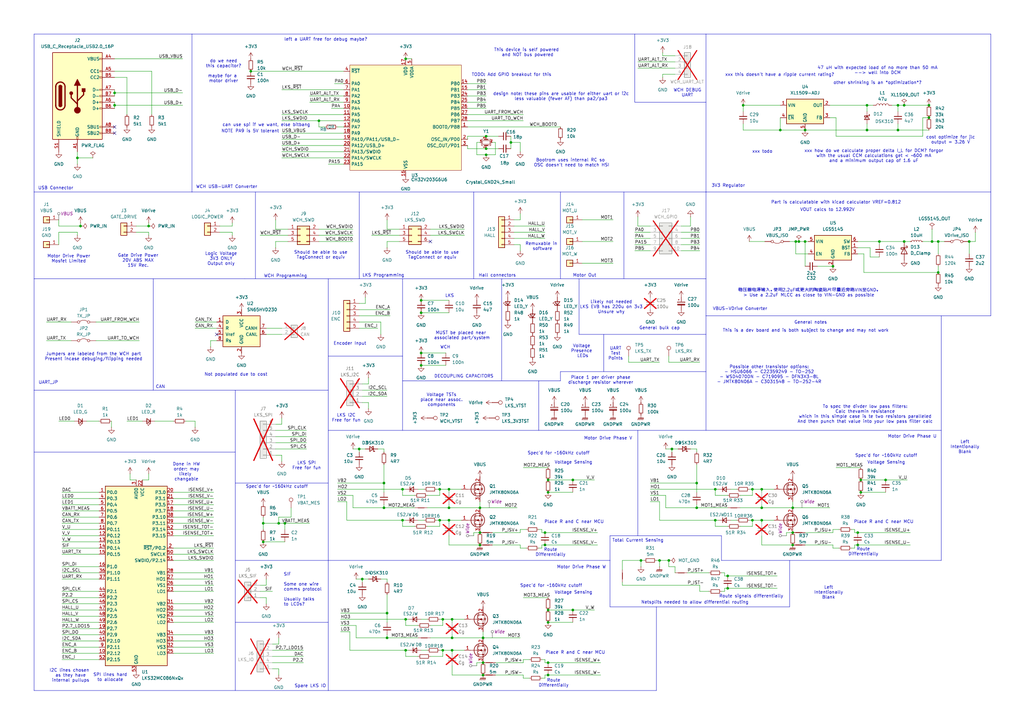
<source format=kicad_sch>
(kicad_sch (version 20231120) (generator "eeschema") (generator_version "8.0")
  (paper "A3")
  (title_block (title "Linkodrive08") (rev "Alpha") (company "GwenTech") (comment 1 "PRE-PRODUCTION MUST BE VALIDATED"))
  (junction (at 330.2 99.06))
  (junction (at 368.3 53.34))
  (junction (at 209.55 58.42))
  (junction (at 370.84 43.18))
  (junction (at 308.61 213.36))
  (junction (at 196.85 208.28))
  (junction (at 172.72 128.27))
  (junction (at 270.51 229.87))
  (junction (at 223.52 218.44))
  (junction (at 166.37 254))
  (junction (at 224.79 201.93))
  (junction (at 312.42 208.28))
  (junction (at 382.27 99.06))
  (junction (at 130.81 49.53))
  (junction (at 157.48 208.28))
  (junction (at 33.02 92.71))
  (junction (at 198.12 271.78))
  (junction (at 181.61 266.7))
  (junction (at 351.79 223.52))
  (junction (at 158.75 261.62))
  (junction (at 234.95 196.85))
  (junction (at 234.95 250.19))
  (junction (at 363.22 196.85))
  (junction (at 304.8 43.18))
  (junction (at 102.87 29.21))
  (junction (at 196.85 218.44))
  (junction (at 285.75 198.12))
  (junction (at 353.06 196.85))
  (junction (at 384.81 111.76))
  (junction (at 184.15 208.28))
  (junction (at 293.37 200.66))
  (junction (at 107.95 214.63))
  (junction (at 384.81 99.06))
  (junction (at 293.37 213.36))
  (junction (at 330.2 53.34))
  (junction (at 353.06 201.93))
  (junction (at 116.84 214.63))
  (junction (at 308.61 200.66))
  (junction (at 341.63 109.22))
  (junction (at 185.42 261.62))
  (junction (at 184.15 200.66))
  (junction (at 46.99 43.18))
  (junction (at 224.79 271.78))
  (junction (at 180.34 200.66))
  (junction (at 224.79 196.85))
  (junction (at 180.34 213.36))
  (junction (at 325.12 208.28))
  (junction (at 158.75 251.46))
  (junction (at 312.42 213.36))
  (junction (at 223.52 223.52))
  (junction (at 351.79 218.44))
  (junction (at 327.66 99.06))
  (junction (at 184.15 213.36))
  (junction (at 320.04 53.34))
  (junction (at 166.37 24.13))
  (junction (at 199.39 55.88))
  (junction (at 355.6 43.18))
  (junction (at 370.84 99.06))
  (junction (at 298.45 236.22))
  (junction (at 107.95 222.25))
  (junction (at 224.79 250.19))
  (junction (at 198.12 276.86))
  (junction (at 148.59 237.49))
  (junction (at 172.72 144.78))
  (junction (at 262.89 229.87))
  (junction (at 165.1 200.66))
  (junction (at 368.3 43.18))
  (junction (at 198.12 261.62))
  (junction (at 355.6 53.34))
  (junction (at 325.12 218.44))
  (junction (at 199.39 60.96))
  (junction (at 224.79 255.27))
  (junction (at 381 43.18))
  (junction (at 381 48.26))
  (junction (at 360.68 99.06))
  (junction (at 285.75 208.28))
  (junction (at 60.96 92.71))
  (junction (at 46.99 38.1))
  (junction (at 312.42 200.66))
  (junction (at 199.39 63.5))
  (junction (at 275.59 184.15))
  (junction (at 185.42 254))
  (junction (at 165.1 213.36))
  (junction (at 166.37 266.7))
  (junction (at 181.61 254))
  (junction (at 224.79 276.86))
  (junction (at 326.39 99.06))
  (junction (at 298.45 241.3))
  (junction (at 397.51 99.06))
  (junction (at 185.42 266.7))
  (junction (at 147.32 184.15))
  (junction (at 274.32 229.87))
  (junction (at 157.48 198.12))
  (junction (at 114.3 214.63))
  (junction (at 31.75 64.77))
  (junction (at 172.72 149.86))
  (junction (at 325.12 223.52))
  (junction (at 172.72 123.19))
  (junction (at 196.85 223.52))
  (no_connect (at 88.9 137.16))
  (no_connect (at 46.99 52.07))
  (no_connect (at 176.53 99.06))
  (no_connect (at 46.99 54.61))
  (wire (pts (xy 353.06 201.93) (xy 363.22 201.93)))
  (wire (pts (xy 53.34 196.85) (xy 55.88 196.85)))
  (wire (pts (xy 151.13 165.1) (xy 148.59 165.1)))
  (wire (pts (xy 180.34 213.36) (xy 179.07 213.36)))
  (wire (pts (xy 287.02 240.03) (xy 255.27 240.03)))
  (wire (pts (xy 71.12 237.49) (xy 87.63 237.49)))
  (wire (pts (xy 184.15 223.52) (xy 196.85 223.52)))
  (wire (pts (xy 191.77 59.69) (xy 191.77 60.96)))
  (wire (pts (xy 224.79 271.78) (xy 246.38 271.78)))
  (wire (pts (xy 283.21 92.71) (xy 279.4 92.71)))
  (polyline (pts (xy 229.87 78.74) (xy 229.87 114.3)))
  (wire (pts (xy 71.12 204.47) (xy 87.63 204.47)))
  (wire (pts (xy 342.9 55.88) (xy 342.9 48.26)))
  (wire (pts (xy 176.53 96.52) (xy 190.5 96.52)))
  (wire (pts (xy 46.99 38.1) (xy 74.93 38.1)))
  (wire (pts (xy 261.62 25.4) (xy 276.86 25.4)))
  (wire (pts (xy 356.87 105.41) (xy 360.68 105.41)))
  (polyline (pts (xy 406.4 13.97) (xy 406.4 78.74)))
  (wire (pts (xy 349.25 224.79) (xy 350.52 224.79)))
  (wire (pts (xy 273.05 184.15) (xy 275.59 184.15)))
  (wire (pts (xy 71.12 265.43) (xy 87.63 265.43)))
  (wire (pts (xy 223.52 223.52) (xy 245.11 223.52)))
  (wire (pts (xy 351.79 223.52) (xy 373.38 223.52)))
  (wire (pts (xy 368.3 53.34) (xy 381 53.34)))
  (wire (pts (xy 181.61 266.7) (xy 185.42 266.7)))
  (polyline (pts (xy 13.97 78.74) (xy 13.97 114.3)))
  (wire (pts (xy 25.4 234.95) (xy 40.64 234.95)))
  (wire (pts (xy 271.78 22.86) (xy 276.86 22.86)))
  (wire (pts (xy 322.58 218.44) (xy 325.12 218.44)))
  (wire (pts (xy 25.4 265.43) (xy 40.64 265.43)))
  (wire (pts (xy 114.3 276.86) (xy 114.3 274.32)))
  (wire (pts (xy 303.53 203.2) (xy 308.61 203.2)))
  (wire (pts (xy 312.42 208.28) (xy 325.12 208.28)))
  (wire (pts (xy 52.07 31.75) (xy 52.07 46.99)))
  (wire (pts (xy 194.31 218.44) (xy 196.85 218.44)))
  (wire (pts (xy 144.78 203.2) (xy 144.78 208.28)))
  (wire (pts (xy 115.57 62.23) (xy 140.97 62.23)))
  (wire (pts (xy 165.1 215.9) (xy 170.18 215.9)))
  (polyline (pts (xy 289.56 78.74) (xy 289.56 129.54)))
  (wire (pts (xy 175.26 208.28) (xy 184.15 208.28)))
  (wire (pts (xy 39.37 132.08) (xy 57.15 132.08)))
  (wire (pts (xy 224.79 276.86) (xy 246.38 276.86)))
  (wire (pts (xy 171.45 200.66) (xy 173.99 200.66)))
  (wire (pts (xy 378.46 48.26) (xy 378.46 55.88)))
  (wire (pts (xy 298.45 236.22) (xy 318.77 236.22)))
  (wire (pts (xy 222.25 224.79) (xy 222.25 223.52)))
  (wire (pts (xy 281.94 234.95) (xy 290.83 234.95)))
  (wire (pts (xy 275.59 184.15) (xy 275.59 185.42)))
  (wire (pts (xy 107.95 212.09) (xy 107.95 214.63)))
  (wire (pts (xy 220.98 224.79) (xy 222.25 224.79)))
  (wire (pts (xy 266.7 200.66) (xy 293.37 200.66)))
  (wire (pts (xy 191.77 44.45) (xy 199.39 44.45)))
  (polyline (pts (xy 289.56 41.91) (xy 260.35 41.91)))
  (wire (pts (xy 46.99 31.75) (xy 52.07 31.75)))
  (wire (pts (xy 184.15 200.66) (xy 189.23 200.66)))
  (wire (pts (xy 340.36 43.18) (xy 355.6 43.18)))
  (wire (pts (xy 151.13 167.64) (xy 151.13 165.1)))
  (polyline (pts (xy 269.24 283.21) (xy 134.62 283.21)))
  (wire (pts (xy 184.15 201.93) (xy 184.15 200.66)))
  (polyline (pts (xy 261.62 176.53) (xy 134.62 176.53)))
  (polyline (pts (xy 229.87 152.4) (xy 289.56 152.4)))
  (wire (pts (xy 266.7 198.12) (xy 285.75 198.12)))
  (wire (pts (xy 270.51 229.87) (xy 274.32 229.87)))
  (wire (pts (xy 271.78 31.75) (xy 271.78 30.48)))
  (polyline (pts (xy 289.56 13.97) (xy 406.4 13.97)))
  (wire (pts (xy 308.61 213.36) (xy 307.34 213.36)))
  (wire (pts (xy 368.3 50.8) (xy 368.3 53.34)))
  (wire (pts (xy 293.37 200.66) (xy 294.64 200.66)))
  (wire (pts (xy 191.77 36.83) (xy 199.39 36.83)))
  (wire (pts (xy 330.2 99.06) (xy 331.47 99.06)))
  (wire (pts (xy 181.61 254) (xy 180.34 254)))
  (polyline (pts (xy 306.07 248.92) (xy 323.85 248.92)))
  (wire (pts (xy 185.42 266.7) (xy 190.5 266.7)))
  (wire (pts (xy 320.04 53.34) (xy 330.2 53.34)))
  (wire (pts (xy 222.25 223.52) (xy 223.52 223.52)))
  (wire (pts (xy 214.63 270.51) (xy 217.17 270.51)))
  (wire (pts (xy 360.68 99.06) (xy 370.84 99.06)))
  (polyline (pts (xy 147.32 114.3) (xy 147.32 78.74)))
  (wire (pts (xy 351.79 101.6) (xy 356.87 101.6)))
  (polyline (pts (xy 165.1 146.05) (xy 165.1 176.53)))
  (wire (pts (xy 356.87 101.6) (xy 356.87 105.41)))
  (wire (pts (xy 260.35 100.33) (xy 266.7 100.33)))
  (wire (pts (xy 261.62 92.71) (xy 266.7 92.71)))
  (wire (pts (xy 279.4 97.79) (xy 287.02 97.79)))
  (wire (pts (xy 185.42 267.97) (xy 185.42 266.7)))
  (wire (pts (xy 165.1 200.66) (xy 166.37 200.66)))
  (wire (pts (xy 158.75 251.46) (xy 158.75 243.84)))
  (wire (pts (xy 152.4 96.52) (xy 163.83 96.52)))
  (wire (pts (xy 191.77 52.07) (xy 229.87 52.07)))
  (polyline (pts (xy 306.07 248.92) (xy 269.24 248.92)))
  (wire (pts (xy 350.52 224.79) (xy 350.52 223.52)))
  (wire (pts (xy 158.75 261.62) (xy 158.75 260.35)))
  (wire (pts (xy 115.57 49.53) (xy 130.81 49.53)))
  (polyline (pts (xy 62.865 114.3) (xy 62.865 160.02)))
  (wire (pts (xy 25.4 232.41) (xy 40.64 232.41)))
  (wire (pts (xy 325.12 208.28) (xy 325.12 205.74)))
  (wire (pts (xy 176.53 256.54) (xy 181.61 256.54)))
  (wire (pts (xy 191.77 41.91) (xy 199.39 41.91)))
  (wire (pts (xy 146.05 256.54) (xy 146.05 261.62)))
  (wire (pts (xy 365.76 43.18) (xy 368.3 43.18)))
  (wire (pts (xy 355.6 53.34) (xy 355.6 50.8)))
  (wire (pts (xy 71.12 255.27) (xy 87.63 255.27)))
  (polyline (pts (xy 134.62 114.3) (xy 134.62 160.02)))
  (wire (pts (xy 181.61 254) (xy 185.42 254)))
  (wire (pts (xy 46.99 43.18) (xy 74.93 43.18)))
  (wire (pts (xy 157.48 208.28) (xy 170.18 208.28)))
  (wire (pts (xy 264.16 229.87) (xy 262.89 229.87)))
  (wire (pts (xy 312.42 223.52) (xy 325.12 223.52)))
  (wire (pts (xy 130.81 96.52) (xy 144.78 96.52)))
  (wire (pts (xy 255.27 238.76) (xy 255.27 240.03)))
  (wire (pts (xy 274.32 148.59) (xy 274.32 146.05)))
  (polyline (pts (xy 134.62 160.02) (xy 134.62 283.21)))
  (polyline (pts (xy 104.775 114.3) (xy 104.775 78.74)))
  (wire (pts (xy 139.7 254) (xy 166.37 254)))
  (wire (pts (xy 25.4 207.01) (xy 40.64 207.01)))
  (wire (pts (xy 222.25 270.51) (xy 223.52 270.51)))
  (wire (pts (xy 39.37 139.7) (xy 57.15 139.7)))
  (polyline (pts (xy 250.19 248.92) (xy 269.24 248.92)))
  (wire (pts (xy 341.63 224.79) (xy 344.17 224.79)))
  (wire (pts (xy 209.55 58.42) (xy 213.36 58.42)))
  (wire (pts (xy 95.25 95.25) (xy 95.25 96.52)))
  (wire (pts (xy 115.57 57.15) (xy 140.97 57.15)))
  (wire (pts (xy 137.16 34.29) (xy 140.97 34.29)))
  (wire (pts (xy 308.61 213.36) (xy 312.42 213.36)))
  (wire (pts (xy 201.93 223.52) (xy 213.36 223.52)))
  (wire (pts (xy 191.77 46.99) (xy 214.63 46.99)))
  (wire (pts (xy 181.61 269.24) (xy 181.61 266.7)))
  (wire (pts (xy 325.12 208.28) (xy 340.36 208.28)))
  (wire (pts (xy 327.66 99.06) (xy 330.2 99.06)))
  (wire (pts (xy 147.32 127) (xy 160.02 127)))
  (wire (pts (xy 134.62 67.31) (xy 140.97 67.31)))
  (wire (pts (xy 130.81 52.07) (xy 130.81 49.53)))
  (wire (pts (xy 203.2 276.86) (xy 214.63 276.86)))
  (polyline (pts (xy 96.52 255.27) (xy 134.62 255.27)))
  (wire (pts (xy 25.4 247.65) (xy 40.64 247.65)))
  (wire (pts (xy 71.12 224.79) (xy 87.63 224.79)))
  (polyline (pts (xy 134.62 229.87) (xy 250.19 229.87)))
  (wire (pts (xy 116.84 214.63) (xy 127 214.63)))
  (wire (pts (xy 382.27 93.98) (xy 382.27 99.06)))
  (wire (pts (xy 166.37 266.7) (xy 166.37 269.24)))
  (wire (pts (xy 113.03 176.53) (xy 125.73 176.53)))
  (wire (pts (xy 130.81 93.98) (xy 144.78 93.98)))
  (wire (pts (xy 330.2 218.44) (xy 341.63 218.44)))
  (wire (pts (xy 163.83 99.06) (xy 158.75 99.06)))
  (wire (pts (xy 166.37 254) (xy 167.64 254)))
  (wire (pts (xy 199.39 63.5) (xy 195.58 63.5)))
  (wire (pts (xy 60.96 95.25) (xy 60.96 96.52)))
  (wire (pts (xy 148.59 162.56) (xy 158.75 162.56)))
  (wire (pts (xy 214.63 271.78) (xy 214.63 270.51)))
  (wire (pts (xy 222.25 278.13) (xy 223.52 278.13)))
  (wire (pts (xy 185.42 276.86) (xy 198.12 276.86)))
  (wire (pts (xy 196.85 208.28) (xy 212.09 208.28)))
  (wire (pts (xy 53.34 194.31) (xy 53.34 196.85)))
  (wire (pts (xy 223.52 218.44) (xy 245.11 218.44)))
  (wire (pts (xy 60.96 92.71) (xy 60.96 91.44)))
  (wire (pts (xy 213.36 58.42) (xy 213.36 62.23)))
  (wire (pts (xy 214.63 276.86) (xy 214.63 278.13)))
  (wire (pts (xy 299.72 213.36) (xy 302.26 213.36)))
  (wire (pts (xy 213.36 90.17) (xy 213.36 87.63)))
  (wire (pts (xy 144.78 208.28) (xy 157.48 208.28)))
  (polyline (pts (xy 386.08 176.53) (xy 261.62 176.53)))
  (wire (pts (xy 71.12 212.09) (xy 87.63 212.09)))
  (wire (pts (xy 350.52 218.44) (xy 351.79 218.44)))
  (polyline (pts (xy 295.91 219.71) (xy 295.91 229.87)))
  (wire (pts (xy 119.38 212.09) (xy 114.3 212.09)))
  (wire (pts (xy 116.84 214.63) (xy 116.84 217.17)))
  (wire (pts (xy 60.96 194.31) (xy 60.96 196.85)))
  (wire (pts (xy 25.4 217.17) (xy 40.64 217.17)))
  (wire (pts (xy 285.75 201.93) (xy 285.75 198.12)))
  (polyline (pts (xy 260.35 41.91) (xy 260.35 13.97)))
  (wire (pts (xy 255.27 233.68) (xy 255.27 229.87)))
  (wire (pts (xy 307.34 99.06) (xy 313.69 99.06)))
  (wire (pts (xy 203.2 271.78) (xy 214.63 271.78)))
  (wire (pts (xy 384.81 104.14) (xy 384.81 99.06)))
  (wire (pts (xy 90.17 95.25) (xy 95.25 95.25)))
  (wire (pts (xy 330.2 223.52) (xy 341.63 223.52)))
  (wire (pts (xy 115.57 173.99) (xy 115.57 171.45)))
  (wire (pts (xy 318.77 241.3) (xy 298.45 241.3)))
  (wire (pts (xy 255.27 229.87) (xy 262.89 229.87)))
  (wire (pts (xy 165.1 213.36) (xy 165.1 215.9)))
  (wire (pts (xy 199.39 55.88) (xy 204.47 55.88)))
  (wire (pts (xy 165.1 200.66) (xy 165.1 203.2)))
  (wire (pts (xy 71.12 234.95) (xy 87.63 234.95)))
  (wire (pts (xy 285.75 208.28) (xy 285.75 207.01)))
  (wire (pts (xy 25.4 212.09) (xy 40.64 212.09)))
  (wire (pts (xy 355.6 43.18) (xy 358.14 43.18)))
  (wire (pts (xy 185.42 261.62) (xy 198.12 261.62)))
  (polyline (pts (xy 13.97 160.02) (xy 13.97 283.21)))
  (wire (pts (xy 397.51 99.06) (xy 397.51 104.14)))
  (wire (pts (xy 349.25 217.17) (xy 350.52 217.17)))
  (wire (pts (xy 341.63 217.17) (xy 344.17 217.17)))
  (wire (pts (xy 25.4 242.57) (xy 40.64 242.57)))
  (wire (pts (xy 139.7 251.46) (xy 158.75 251.46)))
  (wire (pts (xy 19.05 132.08) (xy 29.21 132.08)))
  (wire (pts (xy 106.68 96.52) (xy 118.11 96.52)))
  (wire (pts (xy 71.12 262.89) (xy 87.63 262.89)))
  (wire (pts (xy 213.36 218.44) (xy 213.36 217.17)))
  (wire (pts (xy 118.11 99.06) (xy 113.03 99.06)))
  (wire (pts (xy 275.59 184.15) (xy 278.13 184.15)))
  (wire (pts (xy 368.3 43.18) (xy 370.84 43.18)))
  (polyline (pts (xy 386.08 229.87) (xy 386.08 176.53)))
  (wire (pts (xy 138.43 205.74) (xy 142.24 205.74)))
  (wire (pts (xy 285.75 198.12) (xy 285.75 190.5)))
  (wire (pts (xy 290.83 242.57) (xy 287.02 242.57)))
  (wire (pts (xy 25.4 222.25) (xy 40.64 222.25)))
  (wire (pts (xy 355.6 45.72) (xy 355.6 43.18)))
  (wire (pts (xy 166.37 254) (xy 166.37 256.54)))
  (wire (pts (xy 158.75 237.49) (xy 158.75 238.76)))
  (wire (pts (xy 195.58 58.42) (xy 196.85 58.42)))
  (wire (pts (xy 223.52 270.51) (xy 223.52 271.78)))
  (wire (pts (xy 130.81 99.06) (xy 144.78 99.06)))
  (wire (pts (xy 172.72 149.86) (xy 182.88 149.86)))
  (wire (pts (xy 299.72 200.66) (xy 302.26 200.66)))
  (wire (pts (xy 238.76 90.17) (xy 251.46 90.17)))
  (wire (pts (xy 297.18 242.57) (xy 297.18 241.3)))
  (wire (pts (xy 71.12 217.17) (xy 87.63 217.17)))
  (wire (pts (xy 90.17 92.71) (xy 95.25 92.71)))
  (wire (pts (xy 234.95 196.85) (xy 243.84 196.85)))
  (polyline (pts (xy 96.52 185.42) (xy 96.52 160.02)))
  (wire (pts (xy 76.2 172.72) (xy 80.01 172.72)))
  (wire (pts (xy 180.34 200.66) (xy 184.15 200.66)))
  (wire (pts (xy 31.75 64.77) (xy 31.75 62.23)))
  (wire (pts (xy 354.33 111.76) (xy 384.81 111.76)))
  (polyline (pts (xy 295.91 229.87) (xy 386.08 229.87)))
  (polyline (pts (xy 289.56 137.16) (xy 237.49 137.16)))
  (wire (pts (xy 119.38 208.28) (xy 119.38 212.09)))
  (wire (pts (xy 158.75 90.17) (xy 158.75 93.98)))
  (wire (pts (xy 185.42 260.35) (xy 185.42 261.62)))
  (polyline (pts (xy 165.1 156.21) (xy 220.98 156.21)))
  (wire (pts (xy 46.99 36.83) (xy 46.99 38.1)))
  (wire (pts (xy 312.42 214.63) (xy 312.42 213.36)))
  (wire (pts (xy 195.58 58.42) (xy 195.58 63.5)))
  (wire (pts (xy 214.63 245.11) (xy 224.79 245.11)))
  (wire (pts (xy 86.36 139.7) (xy 88.9 139.7)))
  (wire (pts (xy 166.37 24.13) (xy 168.91 24.13)))
  (wire (pts (xy 191.77 60.96) (xy 199.39 60.96)))
  (wire (pts (xy 209.55 58.42) (xy 209.55 60.96)))
  (wire (pts (xy 142.24 205.74) (xy 142.24 213.36)))
  (wire (pts (xy 172.72 144.78) (xy 182.88 144.78)))
  (wire (pts (xy 180.34 213.36) (xy 184.15 213.36)))
  (wire (pts (xy 113.03 181.61) (xy 125.73 181.61)))
  (wire (pts (xy 46.99 29.21) (xy 62.23 29.21)))
  (wire (pts (xy 25.4 204.47) (xy 40.64 204.47)))
  (wire (pts (xy 102.87 29.21) (xy 140.97 29.21)))
  (wire (pts (xy 115.57 64.77) (xy 140.97 64.77)))
  (polyline (pts (xy 255.905 78.74) (xy 255.905 114.3)))
  (wire (pts (xy 172.72 128.27) (xy 184.15 128.27)))
  (wire (pts (xy 46.99 24.13) (xy 74.93 24.13)))
  (wire (pts (xy 35.56 172.72) (xy 40.64 172.72)))
  (wire (pts (xy 260.35 102.87) (xy 266.7 102.87)))
  (wire (pts (xy 80.01 132.08) (xy 88.9 132.08)))
  (wire (pts (xy 147.32 124.46) (xy 149.86 124.46)))
  (wire (pts (xy 172.72 266.7) (xy 175.26 266.7)))
  (polyline (pts (xy 229.87 156.21) (xy 229.87 152.4)))
  (polyline (pts (xy 250.19 219.71) (xy 261.62 219.71)))
  (wire (pts (xy 71.12 247.65) (xy 87.63 247.65)))
  (wire (pts (xy 166.37 266.7) (xy 167.64 266.7)))
  (polyline (pts (xy 289.56 129.54) (xy 406.4 129.54)))
  (wire (pts (xy 181.61 254) (xy 181.61 256.54)))
  (wire (pts (xy 157.48 198.12) (xy 157.48 190.5)))
  (wire (pts (xy 312.42 201.93) (xy 312.42 200.66)))
  (wire (pts (xy 295.91 234.95) (xy 297.18 234.95)))
  (wire (pts (xy 214.63 191.77) (xy 224.79 191.77)))
  (wire (pts (xy 114.3 264.16) (xy 114.3 261.62)))
  (polyline (pts (xy 386.08 129.54) (xy 386.08 176.53)))
  (wire (pts (xy 335.28 109.22) (xy 341.63 109.22)))
  (wire (pts (xy 323.85 99.06) (xy 326.39 99.06)))
  (wire (pts (xy 270.51 213.36) (xy 293.37 213.36)))
  (polyline (pts (xy 250.19 229.87) (xy 250.19 219.71)))
  (wire (pts (xy 363.22 196.85) (xy 372.11 196.85)))
  (wire (pts (xy 55.88 92.71) (xy 60.96 92.71)))
  (wire (pts (xy 25.4 201.93) (xy 40.64 201.93)))
  (wire (pts (xy 224.79 250.19) (xy 234.95 250.19)))
  (wire (pts (xy 156.21 237.49) (xy 158.75 237.49)))
  (wire (pts (xy 274.32 232.41) (xy 274.32 229.87)))
  (wire (pts (xy 25.4 270.51) (xy 40.64 270.51)))
  (wire (pts (xy 210.82 92.71) (xy 223.52 92.71)))
  (polyline (pts (xy 147.32 114.3) (xy 194.31 114.3)))
  (wire (pts (xy 195.58 271.78) (xy 198.12 271.78)))
  (wire (pts (xy 113.03 186.69) (xy 115.57 186.69)))
  (wire (pts (xy 199.39 60.96) (xy 204.47 60.96)))
  (wire (pts (xy 180.34 200.66) (xy 180.34 203.2)))
  (wire (pts (xy 146.05 237.49) (xy 148.59 237.49)))
  (wire (pts (xy 360.68 100.33) (xy 360.68 99.06)))
  (wire (pts (xy 175.26 203.2) (xy 180.34 203.2)))
  (wire (pts (xy 139.7 259.08) (xy 143.51 259.08)))
  (wire (pts (xy 400.05 95.25) (xy 400.05 99.06)))
  (polyline (pts (xy 134.62 283.21) (xy 13.97 283.21)))
  (wire (pts (xy 223.52 278.13) (xy 223.52 276.86)))
  (wire (pts (xy 113.03 184.15) (xy 125.73 184.15)))
  (polyline (pts (xy 220.98 156.21) (xy 229.87 156.21)))
  (wire (pts (xy 71.12 250.19) (xy 87.63 250.19)))
  (wire (pts (xy 176.53 261.62) (xy 185.42 261.62)))
  (wire (pts (xy 25.4 209.55) (xy 40.64 209.55)))
  (wire (pts (xy 283.21 88.9) (xy 283.21 92.71)))
  (wire (pts (xy 382.27 99.06) (xy 384.81 99.06)))
  (polyline (pts (xy 220.98 156.21) (xy 220.98 176.53)))
  (wire (pts (xy 113.03 179.07) (xy 125.73 179.07)))
  (wire (pts (xy 185.42 254) (xy 190.5 254)))
  (wire (pts (xy 214.63 278.13) (xy 217.17 278.13)))
  (wire (pts (xy 62.23 29.21) (xy 62.23 46.99)))
  (wire (pts (xy 270.51 229.87) (xy 270.51 232.41)))
  (wire (pts (xy 213.36 223.52) (xy 213.36 224.79)))
  (wire (pts (xy 285.75 184.15) (xy 285.75 185.42)))
  (wire (pts (xy 127 41.91) (xy 140.97 41.91)))
  (wire (pts (xy 109.22 134.62) (xy 115.57 134.62)))
  (wire (pts (xy 261.62 88.9) (xy 261.62 92.71)))
  (wire (pts (xy 24.13 172.72) (xy 30.48 172.72)))
  (wire (pts (xy 71.12 207.01) (xy 87.63 207.01)))
  (wire (pts (xy 262.89 229.87) (xy 262.89 232.41)))
  (wire (pts (xy 266.7 205.74) (xy 270.51 205.74)))
  (wire (pts (xy 209.55 55.88) (xy 209.55 58.42)))
  (wire (pts (xy 199.39 63.5) (xy 203.2 63.5)))
  (wire (pts (xy 276.86 232.41) (xy 276.86 234.95)))
  (wire (pts (xy 213.36 100.33) (xy 213.36 102.87)))
  (polyline (pts (xy 194.31 114.3) (xy 194.31 78.74)))
  (wire (pts (xy 25.4 224.79) (xy 40.64 224.79)))
  (wire (pts (xy 293.37 215.9) (xy 298.45 215.9)))
  (wire (pts (xy 25.4 250.19) (xy 40.64 250.19)))
  (wire (pts (xy 351.79 218.44) (xy 373.38 218.44)))
  (wire (pts (xy 297.18 241.3) (xy 298.45 241.3)))
  (wire (pts (xy 201.93 218.44) (xy 213.36 218.44)))
  (wire (pts (xy 115.57 186.69) (xy 115.57 189.23)))
  (wire (pts (xy 176.53 269.24) (xy 181.61 269.24)))
  (wire (pts (xy 146.05 261.62) (xy 158.75 261.62)))
  (wire (pts (xy 303.53 208.28) (xy 312.42 208.28)))
  (polyline (pts (xy 96.52 229.87) (xy 134.62 229.87)))
  (wire (pts (xy 127 39.37) (xy 140.97 39.37)))
  (wire (pts (xy 279.4 102.87) (xy 287.02 102.87)))
  (polyline (pts (xy 205.74 114.3) (xy 205.74 156.21)))
  (wire (pts (xy 111.76 269.24) (xy 124.46 269.24)))
  (wire (pts (xy 271.78 30.48) (xy 276.86 30.48)))
  (wire (pts (xy 106.68 242.57) (xy 111.76 242.57)))
  (wire (pts (xy 181.61 266.7) (xy 180.34 266.7)))
  (wire (pts (xy 368.3 53.34) (xy 355.6 53.34)))
  (wire (pts (xy 353.06 196.85) (xy 363.22 196.85)))
  (wire (pts (xy 148.59 160.02) (xy 158.75 160.02)))
  (wire (pts (xy 25.4 219.71) (xy 40.64 219.71)))
  (wire (pts (xy 266.7 203.2) (xy 273.05 203.2)))
  (wire (pts (xy 135.89 44.45) (xy 140.97 44.45)))
  (wire (pts (xy 198.12 261.62) (xy 213.36 261.62)))
  (wire (pts (xy 397.51 99.06) (xy 400.05 99.06)))
  (polyline (pts (xy 78.74 13.97) (xy 289.56 13.97)))
  (wire (pts (xy 222.25 218.44) (xy 223.52 218.44)))
  (wire (pts (xy 261.62 27.94) (xy 276.86 27.94)))
  (wire (pts (xy 273.05 203.2) (xy 273.05 208.28)))
  (wire (pts (xy 196.85 208.28) (xy 196.85 205.74)))
  (wire (pts (xy 203.2 58.42) (xy 203.2 63.5)))
  (wire (pts (xy 304.8 53.34) (xy 320.04 53.34)))
  (wire (pts (xy 172.72 123.19) (xy 184.15 123.19)))
  (wire (pts (xy 71.12 219.71) (xy 87.63 219.71)))
  (wire (pts (xy 191.77 57.15) (xy 191.77 55.88)))
  (wire (pts (xy 80.01 134.62) (xy 88.9 134.62)))
  (wire (pts (xy 71.12 209.55) (xy 87.63 209.55)))
  (wire (pts (xy 114.3 214.63) (xy 116.84 214.63)))
  (wire (pts (xy 195.58 273.05) (xy 195.58 271.78)))
  (wire (pts (xy 350.52 217.17) (xy 350.52 218.44)))
  (wire (pts (xy 293.37 203.2) (xy 298.45 203.2)))
  (wire (pts (xy 260.35 95.25) (xy 266.7 95.25)))
  (wire (pts (xy 133.35 52.07) (xy 130.81 52.07)))
  (wire (pts (xy 111.76 274.32) (xy 114.3 274.32)))
  (polyline (pts (xy 250.19 229.87) (xy 250.19 248.92)))
  (wire (pts (xy 106.68 240.03) (xy 109.22 240.03)))
  (wire (pts (xy 25.4 237.49) (xy 40.64 237.49)))
  (wire (pts (xy 138.43 203.2) (xy 144.78 203.2)))
  (wire (pts (xy 303.53 215.9) (xy 308.61 215.9)))
  (polyline (pts (xy 323.85 248.92) (xy 323.85 229.87)))
  (wire (pts (xy 31.75 95.25) (xy 31.75 96.52)))
  (wire (pts (xy 46.99 43.18) (xy 46.99 44.45)))
  (wire (pts (xy 111.76 271.78) (xy 124.46 271.78)))
  (wire (pts (xy 25.4 267.97) (xy 40.64 267.97)))
  (wire (pts (xy 222.25 217.17) (xy 222.25 218.44)))
  (wire (pts (xy 157.48 208.28) (xy 157.48 207.01)))
  (wire (pts (xy 63.5 172.72) (xy 71.12 172.72)))
  (wire (pts (xy 158.75 99.06) (xy 158.75 101.6)))
  (wire (pts (xy 138.43 200.66) (xy 165.1 200.66)))
  (wire (pts (xy 213.36 217.17) (xy 215.9 217.17)))
  (wire (pts (xy 238.76 99.06) (xy 251.46 99.06)))
  (wire (pts (xy 139.7 256.54) (xy 146.05 256.54)))
  (wire (pts (xy 341.63 218.44) (xy 341.63 217.17)))
  (wire (pts (xy 147.32 184.15) (xy 149.86 184.15)))
  (wire (pts (xy 184.15 207.01) (xy 184.15 208.28)))
  (wire (pts (xy 312.42 213.36) (xy 317.5 213.36)))
  (wire (pts (xy 191.77 34.29) (xy 199.39 34.29)))
  (wire (pts (xy 109.22 240.03) (xy 109.22 237.49)))
  (wire (pts (xy 95.25 92.71) (xy 95.25 91.44)))
  (wire (pts (xy 185.42 255.27) (xy 185.42 254)))
  (polyline (pts (xy 13.97 185.42) (xy 96.52 185.42)))
  (wire (pts (xy 25.4 245.11) (xy 40.64 245.11)))
  (wire (pts (xy 176.53 93.98) (xy 190.5 93.98)))
  (wire (pts (xy 312.42 200.66) (xy 317.5 200.66)))
  (wire (pts (xy 138.43 52.07) (xy 140.97 52.07)))
  (wire (pts (xy 166.37 269.24) (xy 171.45 269.24)))
  (wire (pts (xy 180.34 215.9) (xy 180.34 213.36)))
  (wire (pts (xy 320.04 48.26) (xy 320.04 53.34)))
  (wire (pts (xy 257.81 148.59) (xy 257.81 146.05)))
  (wire (pts (xy 24.13 95.25) (xy 24.13 100.33)))
  (wire (pts (xy 25.4 255.27) (xy 40.64 255.27)))
  (wire (pts (xy 46.99 41.91) (xy 46.99 43.18)))
  (wire (pts (xy 115.57 54.61) (xy 140.97 54.61)))
  (wire (pts (xy 194.31 219.71) (xy 194.31 218.44)))
  (wire (pts (xy 109.22 245.11) (xy 109.22 247.65)))
  (wire (pts (xy 165.1 213.36) (xy 166.37 213.36)))
  (wire (pts (xy 149.86 124.46) (xy 149.86 121.92)))
  (wire (pts (xy 368.3 43.18) (xy 368.3 45.72)))
  (polyline (pts (xy 96.52 185.42) (xy 96.52 283.21)))
  (wire (pts (xy 378.46 99.06) (xy 382.27 99.06)))
  (wire (pts (xy 71.12 267.97) (xy 87.63 267.97)))
  (polyline (pts (xy 78.74 13.97) (xy 78.74 78.74)))
  (wire (pts (xy 80.01 175.26) (xy 80.01 172.72)))
  (wire (pts (xy 31.75 67.31) (xy 31.75 64.77)))
  (wire (pts (xy 111.76 264.16) (xy 114.3 264.16)))
  (wire (pts (xy 156.21 137.16) (xy 156.21 132.08)))
  (wire (pts (xy 111.76 266.7) (xy 124.46 266.7)))
  (wire (pts (xy 381 48.26) (xy 378.46 48.26)))
  (wire (pts (xy 115.57 46.99) (xy 140.97 46.99)))
  (wire (pts (xy 180.34 200.66) (xy 179.07 200.66)))
  (polyline (pts (xy 96.52 198.12) (xy 134.62 198.12)))
  (wire (pts (xy 351.79 99.06) (xy 360.68 99.06)))
  (polyline (pts (xy 289.56 78.74) (xy 78.74 78.74)))
  (wire (pts (xy 287.02 242.57) (xy 287.02 240.03)))
  (wire (pts (xy 270.51 229.87) (xy 269.24 229.87)))
  (wire (pts (xy 25.4 262.89) (xy 40.64 262.89)))
  (wire (pts (xy 384.81 99.06) (xy 387.35 99.06)))
  (polyline (pts (xy 134.62 146.05) (xy 165.1 146.05)))
  (wire (pts (xy 191.77 55.88) (xy 199.39 55.88)))
  (wire (pts (xy 107.95 222.25) (xy 116.84 222.25)))
  (wire (pts (xy 19.05 139.7) (xy 29.21 139.7)))
  (wire (pts (xy 238.76 107.95) (xy 251.46 107.95)))
  (polyline (pts (xy 261.62 219.71) (xy 295.91 219.71)))
  (wire (pts (xy 154.94 184.15) (xy 157.48 184.15)))
  (polyline (pts (xy 165.1 146.05) (xy 165.1 114.3)))
  (wire (pts (xy 165.1 203.2) (xy 170.18 203.2)))
  (wire (pts (xy 279.4 95.25) (xy 287.02 95.25)))
  (polyline (pts (xy 269.24 248.92) (xy 269.24 283.21)))
  (wire (pts (xy 25.4 214.63) (xy 40.64 214.63)))
  (wire (pts (xy 60.96 196.85) (xy 58.42 196.85)))
  (polyline (pts (xy 289.56 129.54) (xy 289.56 176.53)))
  (wire (pts (xy 148.59 237.49) (xy 148.59 238.76)))
  (wire (pts (xy 270.51 205.74) (xy 270.51 213.36)))
  (wire (pts (xy 171.45 213.36) (xy 173.99 213.36)))
  (wire (pts (xy 166.37 256.54) (xy 171.45 256.54)))
  (polyline (pts (xy 13.97 13.97) (xy 78.74 13.97)))
  (wire (pts (xy 293.37 213.36) (xy 293.37 215.9)))
  (wire (pts (xy 172.72 254) (xy 175.26 254)))
  (wire (pts (xy 210.82 95.25) (xy 223.52 95.25)))
  (wire (pts (xy 46.99 38.1) (xy 46.99 39.37)))
  (wire (pts (xy 147.32 134.62) (xy 154.94 134.62)))
  (wire (pts (xy 115.57 59.69) (xy 140.97 59.69)))
  (wire (pts (xy 210.82 90.17) (xy 213.36 90.17)))
  (wire (pts (xy 293.37 200.66) (xy 293.37 203.2)))
  (wire (pts (xy 52.07 172.72) (xy 58.42 172.72)))
  (wire (pts (xy 25.4 260.35) (xy 40.64 260.35)))
  (wire (pts (xy 144.78 184.15) (xy 147.32 184.15)))
  (wire (pts (xy 295.91 242.57) (xy 297.18 242.57)))
  (wire (pts (xy 213.36 224.79) (xy 215.9 224.79)))
  (wire (pts (xy 175.26 215.9) (xy 180.34 215.9)))
  (wire (pts (xy 342.9 191.77) (xy 353.06 191.77)))
  (wire (pts (xy 33.02 92.71) (xy 33.02 91.44)))
  (wire (pts (xy 86.36 142.24) (xy 86.36 139.7)))
  (polyline (pts (xy 13.97 114.3) (xy 100.33 114.3)))
  (wire (pts (xy 185.42 273.05) (xy 185.42 276.86)))
  (wire (pts (xy 203.2 58.42) (xy 201.93 58.42)))
  (wire (pts (xy 342.9 48.26) (xy 340.36 48.26)))
  (wire (pts (xy 157.48 184.15) (xy 157.48 185.42)))
  (wire (pts (xy 270.51 148.59) (xy 257.81 148.59)))
  (wire (pts (xy 25.4 252.73) (xy 40.64 252.73)))
  (wire (pts (xy 115.57 36.83) (xy 140.97 36.83)))
  (wire (pts (xy 184.15 219.71) (xy 184.15 223.52)))
  (wire (pts (xy 184.15 213.36) (xy 189.23 213.36)))
  (wire (pts (xy 118.11 93.98) (xy 113.03 93.98)))
  (wire (pts (xy 308.61 200.66) (xy 308.61 203.2)))
  (wire (pts (xy 341.63 223.52) (xy 341.63 224.79)))
  (polyline (pts (xy 13.97 13.97) (xy 13.97 78.74)))
  (wire (pts (xy 55.88 95.25) (xy 60.96 95.25)))
  (wire (pts (xy 326.39 104.14) (xy 326.39 99.06)))
  (wire (pts (xy 304.8 45.72) (xy 304.8 43.18)))
  (wire (pts (xy 71.12 260.35) (xy 87.63 260.35)))
  (wire (pts (xy 184.15 208.28) (xy 196.85 208.28)))
  (wire (pts (xy 71.12 242.57) (xy 87.63 242.57)))
  (wire (pts (xy 274.32 232.41) (xy 276.86 232.41)))
  (wire (pts (xy 293.37 213.36) (xy 294.64 213.36)))
  (wire (pts (xy 109.22 137.16) (xy 115.57 137.16)))
  (wire (pts (xy 322.58 219.71) (xy 322.58 218.44)))
  (polyline (pts (xy 194.31 114.3) (xy 289.56 114.3)))
  (wire (pts (xy 283.21 184.15) (xy 285.75 184.15)))
  (wire (pts (xy 350.52 223.52) (xy 351.79 223.52)))
  (polyline (pts (xy 406.4 129.54) (xy 406.4 78.74)))
  (wire (pts (xy 234.95 250.19) (xy 243.84 250.19)))
  (wire (pts (xy 147.32 184.15) (xy 147.32 185.42)))
  (wire (pts (xy 279.4 100.33) (xy 287.02 100.33)))
  (polyline (pts (xy 13.97 114.3) (xy 13.97 160.02)))
  (wire (pts (xy 107.95 214.63) (xy 107.95 217.17)))
  (wire (pts (xy 224.79 201.93) (xy 234.95 201.93)))
  (wire (pts (xy 308.61 200.66) (xy 307.34 200.66)))
  (wire (pts (xy 147.32 129.54) (xy 160.02 129.54)))
  (wire (pts (xy 297.18 234.95) (xy 297.18 236.22)))
  (polyline (pts (xy 100.33 114.3) (xy 147.32 114.3)))
  (wire (pts (xy 113.03 173.99) (xy 115.57 173.99)))
  (wire (pts (xy 31.75 64.77) (xy 38.1 64.77)))
  (polyline (pts (xy 237.49 137.16) (xy 237.49 114.3)))
  (wire (pts (xy 158.75 255.27) (xy 158.75 251.46)))
  (wire (pts (xy 273.05 208.28) (xy 285.75 208.28)))
  (polyline (pts (xy 289.56 13.97) (xy 289.56 78.74)))
  (wire (pts (xy 312.42 207.01) (xy 312.42 208.28)))
  (wire (pts (xy 297.18 236.22) (xy 298.45 236.22)))
  (wire (pts (xy 24.13 92.71) (xy 24.13 90.17)))
  (wire (pts (xy 107.95 214.63) (xy 114.3 214.63)))
  (wire (pts (xy 304.8 43.18) (xy 320.04 43.18)))
  (wire (pts (xy 184.15 214.63) (xy 184.15 213.36)))
  (wire (pts (xy 24.13 95.25) (xy 31.75 95.25)))
  (wire (pts (xy 224.79 255.27) (xy 234.95 255.27)))
  (wire (pts (xy 157.48 201.93) (xy 157.48 198.12)))
  (wire (pts (xy 260.35 97.79) (xy 266.7 97.79)))
  (wire (pts (xy 198.12 261.62) (xy 198.12 259.08)))
  (wire (pts (xy 330.2 99.06) (xy 330.2 109.22)))
  (wire (pts (xy 45.72 175.26) (xy 45.72 172.72)))
  (wire (pts (xy 138.43 198.12) (xy 157.48 198.12)))
  (polyline (pts (xy 247.65 137.16) (xy 247.65 152.4)))
  (wire (pts (xy 191.77 49.53) (xy 214.63 49.53)))
  (wire (pts (xy 312.42 219.71) (xy 312.42 223.52)))
  (wire (pts (xy 370.84 43.18) (xy 381 43.18)))
  (wire (pts (xy 191.77 39.37) (xy 199.39 39.37)))
  (wire (pts (xy 304.8 50.8) (xy 304.8 53.34)))
  (wire (pts (xy 285.75 208.28) (xy 298.45 208.28)))
  (wire (pts (xy 113.03 99.06) (xy 113.03 101.6)))
  (wire (pts (xy 114.3 212.09) (xy 114.3 214.63)))
  (wire (pts (xy 308.61 200.66) (xy 312.42 200.66)))
  (polyline (pts (xy 78.74 78.74) (xy 13.97 78.74)))
  (polyline (pts (xy 406.4 78.74) (xy 289.56 78.74)))
  (wire (pts (xy 223.52 271.78) (xy 224.79 271.78)))
  (polyline (pts (xy 261.62 219.71) (xy 261.62 176.53)))
  (wire (pts (xy 143.51 259.08) (xy 143.51 266.7)))
  (wire (pts (xy 223.52 276.86) (xy 224.79 276.86)))
  (wire (pts (xy 163.83 93.98) (xy 158.75 93.98)))
  (wire (pts (xy 384.81 109.22) (xy 384.81 111.76)))
  (wire (pts (xy 25.4 257.81) (xy 40.64 257.81)))
  (wire (pts (xy 130.81 49.53) (xy 140.97 49.53)))
  (wire (pts (xy 271.78 21.59) (xy 271.78 22.86)))
  (wire (pts (xy 143.51 266.7) (xy 166.37 266.7)))
  (wire (pts (xy 220.98 217.17) (xy 222.25 217.17)))
  (wire (pts (xy 330.2 53.34) (xy 355.6 53.34)))
  (polyline (pts (xy 13.97 160.02) (xy 134.62 160.02)))
  (wire (pts (xy 147.32 132.08) (xy 156.21 132.08)))
  (wire (pts (xy 308.61 215.9) (xy 308.61 213.36)))
  (wire (pts (xy 331.47 104.14) (xy 326.39 104.14)))
  (wire (pts (xy 370.84 99.06) (xy 373.38 99.06)))
  (wire (pts (xy 71.12 201.93) (xy 87.63 201.93)))
  (wire (pts (xy 24.13 92.71) (xy 33.02 92.71)))
  (wire (pts (xy 210.82 100.33) (xy 213.36 100.33)))
  (wire (pts (xy 142.24 213.36) (xy 165.1 213.36)))
  (wire (pts (xy 158.75 261.62) (xy 171.45 261.62)))
  (wire (pts (xy 71.12 240.03) (xy 87.63 240.03)))
  (wire (pts (xy 351.79 104.14) (xy 354.33 104.14)))
  (wire (pts (xy 71.12 214.63) (xy 87.63 214.63)))
  (wire (pts (xy 378.46 55.88) (xy 342.9 55.88)))
  (wire (pts (xy 71.12 227.33) (xy 87.63 227.33)))
  (wire (pts (xy 106.68 245.11) (xy 109.22 245.11)))
  (wire (pts (xy 224.79 196.85) (xy 234.95 196.85)))
  (wire (pts (xy 148.59 157.48) (xy 151.13 157.48)))
  (wire (pts (xy 210.82 97.79) (xy 223.52 97.79)))
  (wire (pts (xy 113.03 90.17) (xy 113.03 93.98)))
  (wire (pts (xy 287.02 148.59) (xy 274.32 148.59)))
  (wire (pts (xy 354.33 104.14) (xy 354.33 111.76)))
  (wire (pts (xy 326.39 99.06) (xy 327.66 99.06)))
  (wire (pts (xy 151.13 157.48) (xy 151.13 154.94)))
  (wire (pts (xy 71.12 252.73) (xy 87.63 252.73)))
  (wire (pts (xy 148.59 237.49) (xy 151.13 237.49)))
  (wire (pts (xy 25.4 227.33) (xy 40.64 227.33)))
  (wire (pts (xy 71.12 229.87) (xy 87.63 229.87)))
  (text "Logic Voltage\n3V3 ONLY\nOutput only" (at 90.678 106.172 0) (effects (font (size 1.27 1.27))))
  (text "SIF\n\nSome one wire \ncomms protocol\n\nUsually talks \nto LCDs?" (at 116.332 241.808 0) (effects (font (size 1.27 1.27)) (justify left)))
  (text "Place R and C near MCU" (at 235.966 267.716 0) (effects (font (size 1.27 1.27))))
  (text "left a UART free for debug maybe?" (at 133.604 16.256 0) (effects (font (size 1.27 1.27))))
  (text "Spec'd for ~160kHz cutoff" (at 363.474 186.944 0) (effects (font (size 1.27 1.27))))
  (text "xxx how do we calculate proper delta I_L for DCM? forgor\nwith the usual CCM calculations get < ~600 mA\nand a minimum output cap of 1.6 uF" (at 358.394 64.008 0) (effects (font (size 1.27 1.27))))
  (text "Place 1 per driver phase\ndischarge resistor wherever" (at 246.38 155.956 0) (effects (font (size 1.27 1.27))))
  (text "WCH Programming" (at 117.094 113.284 0) (effects (font (size 1.27 1.27))))
  (text "Place R and C near MCU" (at 362.458 214.122 0) (effects (font (size 1.27 1.27))))
  (text "Not populated due to cost" (at 96.774 153.67 0) (effects (font (size 1.27 1.27))))
  (text "UART\nTest\nPoints" (at 252.476 145.034 0) (effects (font (size 1.27 1.27))))
  (text "NOTE PA9 is 5V tolerant" (at 102.616 53.848 0) (effects (font (size 1.27 1.27))))
  (text "UART_JP" (at 19.812 156.972 0) (effects (font (size 1.27 1.27))))
  (text "稳压器电源输入。使用2.2uF或更大的陶瓷贴片尽量近旁路VIN至GND。\n> Use a 2.2uF MLCC as close to VIN-GND as possible" (at 331.724 120.142 0) (effects (font (size 1.27 1.27))))
  (text "WCH" (at 182.626 142.494 0) (effects (font (size 1.27 1.27))))
  (text "SPI lines hard\nto allocate" (at 45.212 277.876 0) (effects (font (size 1.27 1.27))))
  (text "design note: these pins are usable for either uart or i2c\nless valuable (fewer AF) than pa2/pa3" (at 230.124 39.624 0) (effects (font (size 1.27 1.27))))
  (text "Route signals differentially" (at 308.102 244.602 0) (effects (font (size 1.27 1.27))))
  (text "xxx todo" (at 312.674 62.23 0) (effects (font (size 1.27 1.27))))
  (text "Left\nIntentionally\nBlank" (at 339.852 243.078 0) (effects (font (size 1.27 1.27))))
  (text "Should be able to use\nTagConnect or equiv" (at 177.292 104.648 0) (effects (font (size 1.27 1.27))))
  (text "LKS I2C\nFree for fun" (at 141.986 171.45 0) (effects (font (size 1.27 1.27))))
  (text "Motor Drive Phase W" (at 238.506 232.664 0) (effects (font (size 1.27 1.27))))
  (text "Spec'd for ~160kHz cutoff" (at 229.108 185.928 0) (effects (font (size 1.27 1.27))))
  (text "Possible other transistor options:\n- HSU6066 - C22359249 - TO-252\n- WSD4070DN - C719095 - DFN3X3-8L\n- JMTK80N06A - C3031548 - TO-252-4R" (at 315.468 153.67 0) (effects (font (size 1.27 1.27))))
  (text "can use spi if we want, else bitbang" (at 109.22 51.308 0) (effects (font (size 1.27 1.27))))
  (text "Left\nIntentionally\nBlank" (at 395.732 183.388 0) (effects (font (size 1.27 1.27))))
  (text "do we need\nthis capacitor?\n\nmaybe for a \nmotor driver" (at 91.694 29.21 0) (effects (font (size 1.27 1.27))))
  (text "Route\nDifferentially" (at 227.076 280.162 0) (effects (font (size 1.27 1.27))))
  (text "Voltage TSTs\nplace near assoc.\ncomponents" (at 181.102 164.084 0) (effects (font (size 1.27 1.27))))
  (text "Remuxable in \nsoftware\n" (at 222.504 101.092 0) (effects (font (size 1.27 1.27))))
  (text "Encoder Input" (at 143.51 140.97 0) (effects (font (size 1.27 1.27))))
  (text "This device is self powered \nand NOT bus powered" (at 216.408 21.59 0) (effects (font (size 1.27 1.27))))
  (text "Voltage Sensing" (at 363.474 189.738 0) (effects (font (size 1.27 1.27))))
  (text "Route\nDifferentially" (at 225.806 226.568 0) (effects (font (size 1.27 1.27))))
  (text "Motor Drive Power\nMosfet Limited" (at 28.194 106.172 0) (effects (font (size 1.27 1.27))))
  (text "Part is calculatable with kicad calculator VREF=0.812" (at 342.9 83.058 0) (effects (font (size 1.27 1.27))))
  (text "Voltage Sensing" (at 235.204 243.078 0) (effects (font (size 1.27 1.27))))
  (text "I2C lines chosen \nas they have\ninternal pullups" (at 28.956 277.114 0) (effects (font (size 1.27 1.27))))
  (text "cost optimize for jlc\noutput = 3.26 V" (at 389.89 57.404 0) (effects (font (size 1.27 1.27))))
  (text "LKS" (at 184.404 121.412 0) (effects (font (size 1.27 1.27))))
  (text "This is a dev board and is both subject to change and may not work" (at 330.454 135.636 0) (effects (font (size 1.27 1.27))))
  (text "General bulk cap" (at 270.51 134.62 0) (effects (font (size 1.27 1.27))))
  (text "3V3 Regulator" (at 298.704 76.2 0) (effects (font (size 1.27 1.27))))
  (text "Netsplits needed to allow differential routing" (at 284.988 247.142 0) (effects (font (size 1.27 1.27))))
  (text "VOUT calcs to 12.992V\n" (at 339.344 86.106 0) (effects (font (size 1.27 1.27))))
  (text "General notes" (at 332.486 132.334 0) (effects (font (size 1.27 1.27))))
  (text "USB Connector" (at 22.86 77.216 0) (effects (font (size 1.27 1.27))))
  (text "Bootrom uses internal RC so \nOSC doesn't need to match HSI" (at 234.442 66.802 0) (effects (font (size 1.27 1.27))))
  (text "Gate Drive Power\n20V ABS MAX\n15V Rec." (at 56.642 106.934 0) (effects (font (size 1.27 1.27))))
  (text "xxx this doesn't have a ripple current rating?" (at 319.786 30.734 0) (effects (font (size 1.27 1.27))))
  (text "Spec'd for ~160kHz cutoff" (at 226.06 240.284 0) (effects (font (size 1.27 1.27))))
  (text "Spec'd for ~160kHz cutoff" (at 113.538 199.644 0) (effects (font (size 1.27 1.27))))
  (text "CAN" (at 65.786 158.75 0) (effects (font (size 1.27 1.27))))
  (text "Likely not needed\nLKS EVB has 220u on 3v3\nUnsure why" (at 250.698 125.984 0) (effects (font (size 1.27 1.27))))
  (text "To spec the divder low pass filters:\nCalc thevamin resistance\nwhich in this simple case is te two resistors paralleled\nAnd then punch that value into your low pass filter calc" (at 354.838 169.926 0) (effects (font (size 1.27 1.27))))
  (text "Spare LKS IO" (at 127.254 281.432 0) (effects (font (size 1.27 1.27))))
  (text "Route\nDifferentially" (at 354.076 226.314 0) (effects (font (size 1.27 1.27))))
  (text "Done in HW\norder; may\nlikely \nchangable" (at 76.454 193.548 0) (effects (font (size 1.27 1.27))))
  (text "WCH DEBUG\nUART" (at 281.94 38.1 0) (effects (font (size 1.27 1.27))))
  (text "Place R and C near MCU" (at 235.458 214.122 0) (effects (font (size 1.27 1.27))))
  (text "WCH USB-UART Converter" (at 92.964 76.708 0) (effects (font (size 1.27 1.27))))
  (text "Voltage \nPresence \nLEDs" (at 239.014 144.018 0) (effects (font (size 1.27 1.27))))
  (text "Total Current Sensing\n" (at 261.62 221.742 0) (effects (font (size 1.27 1.27))))
  (text "LKS Programming" (at 157.226 113.03 0) (effects (font (size 1.27 1.27))))
  (text "TODO: Add GPIO breakout for this" (at 209.804 30.734 0) (effects (font (size 1.27 1.27))))
  (text "DECOUPLING CAPACITORS\n" (at 190.246 154.432 0) (effects (font (size 1.27 1.27))))
  (text "MUST be placed near \nassociated part/system" (at 189.484 137.668 0) (effects (font (size 1.27 1.27))))
  (text "Voltage Sensing" (at 235.204 189.738 0) (effects (font (size 1.27 1.27))))
  (text "Motor Drive Phase U" (at 374.142 179.07 0) (effects (font (size 1.27 1.27))))
  (text "47 uH with expected load of no more than 50 mA\n--> well into DCM\n\nother shrinking is an *optimization*?" (at 359.918 30.988 0) (effects (font (size 1.27 1.27))))
  (text "Motor Out" (at 239.776 113.03 0) (effects (font (size 1.27 1.27))))
  (text "Hall connectors\n" (at 203.962 113.03 0) (effects (font (size 1.27 1.27))))
  (text "Should be able to use\nTagConnect or equiv" (at 131.572 104.648 0) (effects (font (size 1.27 1.27))))
  (text "VBUS-VDrive Converter" (at 303.53 126.746 0) (effects (font (size 1.27 1.27))))
  (text "Motor Drive Phase V\n" (at 249.428 179.832 0) (effects (font (size 1.27 1.27))))
  (text "LKS SPI\nFree for fun" (at 125.73 191.008 0) (effects (font (size 1.27 1.27))))
  (text "Jumpers are labeled from the WCH part\nPresent incase debuging/flipping needed" (at 38.354 146.304 0) (effects (font (size 1.27 1.27))))
  (label "P_ISV-" (at 205.74 223.52 0))
  (label "SPI_CS" (at 125.73 184.15 180))
  (label "WCH_BOOT0" (at 217.17 52.07 0))
  (label "WCH_BOOT0" (at 144.78 99.06 180))
  (label "VBATT_MEAS" (at 127 214.63 180))
  (label "CAN_TX" (at 80.01 132.08 0))
  (label "ISENSE_W+" (at 87.63 212.09 180))
  (label "ISENSE_V-" (at 87.63 204.47 180))
  (label "P2.2" (at 25.4 245.11 0))
  (label "DAC" (at 25.4 201.93 0))
  (label "UART_RX" (at 19.05 132.08 0))
  (label "HALL_V" (at 25.4 252.73 0))
  (label "ISENSE_U-" (at 87.63 209.55 180))
  (label "P_ISW-" (at 207.01 276.86 0))
  (label "MOT3_MEAS" (at 214.63 245.11 0))
  (label "ISENSE_V+" (at 245.11 218.44 180))
  (label "HO1" (at 266.7 200.66 0))
  (label "ISENSE_U-" (at 373.38 223.52 180))
  (label "PB0" (at 199.39 34.29 180))
  (label "ISENSE_V+" (at 87.63 201.93 180))
  (label "SPI_CLK" (at 125.73 176.53 180))
  (label "WCH_SWCLK" (at 144.78 96.52 180))
  (label "MOT2" (at 212.09 208.28 180))
  (label "PA15" (at 134.62 67.31 0))
  (label "LKS_SWDIO" (at 87.63 229.87 180))
  (label "ISENSE_W+" (at 246.38 271.78 180))
  (label "VBATT_MEAS" (at 25.4 209.55 0))
  (label "VB1" (at 87.63 234.95 180))
  (label "PB3" (at 287.02 100.33 180))
  (label "VB3" (at 87.63 260.35 180))
  (label "WCH_SWDIO" (at 115.57 62.23 0))
  (label "ISENSE_W-" (at 87.63 214.63 180))
  (label "SIF" (at 25.4 224.79 0))
  (label "UART_TX" (at 19.05 139.7 0))
  (label "MOT1_MEAS" (at 298.45 208.28 180))
  (label "SPI_DO" (at 125.73 181.61 180))
  (label "PB3" (at 199.39 39.37 180))
  (label "P_IST+" (at 281.94 234.95 0))
  (label "PB4" (at 199.39 41.91 180))
  (label "MOT1_MEAS" (at 342.9 191.77 0))
  (label "ISENSE_W-" (at 246.38 276.86 180))
  (label "ISENSE_TOT-" (at 87.63 217.17 180))
  (label "LKS_SWDIO" (at 190.5 93.98 180))
  (label "PB1" (at 287.02 97.79 180))
  (label "I2C_SDA" (at 25.4 262.89 0))
  (label "UART_TO_WCH" (at 57.15 139.7 180))
  (label "P_ISU+" (at 334.01 218.44 0))
  (label "PB0" (at 287.02 95.25 180))
  (label "UART_FROM_WCH" (at 57.15 132.08 180))
  (label "WCH_SWCLK" (at 115.57 64.77 0))
  (label "SPI_DI" (at 25.4 232.41 0))
  (label "ISENSE_TOT-" (at 318.77 241.3 180))
  (label "LKS_SWCLK" (at 115.57 46.99 0))
  (label "UART_RX" (at 287.02 148.59 180))
  (label "VB1" (at 266.7 198.12 0))
  (label "SIF" (at 111.76 242.57 180))
  (label "MOT1" (at 340.36 208.28 180))
  (label "UART_ALT_RX" (at 127 41.91 0))
  (label "SPI_DI" (at 125.73 179.07 180))
  (label "MOT3" (at 213.36 261.62 180))
  (label "MOT2_MEAS" (at 170.18 208.28 180))
  (label "V_V" (at 25.4 219.71 0))
  (label "I2C_SDA" (at 158.75 162.56 180))
  (label "WCH_~{RST}" (at 115.57 29.21 0))
  (label "P_ISW+" (at 207.01 271.78 0))
  (label "UART_ALT_RX" (at 261.62 27.94 0))
  (label "HALL_W" (at 25.4 255.27 0))
  (label "V_U" (at 372.11 196.85 180))
  (label "LKS_SWCLK" (at 190.5 96.52 180))
  (label "USB_VBUS" (at 115.57 54.61 0))
  (label "PB1" (at 199.39 36.83 180))
  (label "UART_RX" (at 25.4 237.49 0))
  (label "LKS_~{RST}" (at 152.4 96.52 0))
  (label "VS1" (at 87.63 240.03 180))
  (label "HO2" (at 87.63 250.19 180))
  (label "VS3" (at 87.63 265.43 180))
  (label "PB4" (at 287.02 102.87 180))
  (label "PA4" (at 260.35 97.79 0))
  (label "PB5" (at 260.35 102.87 0))
  (label "SPI_DO" (at 25.4 260.35 0))
  (label "USB_VBUS" (at 74.93 24.13 180))
  (label "UART_ALT_TX" (at 127 39.37 0))
  (label "HO3" (at 139.7 254 0))
  (label "ISENSE_TOT+" (at 318.77 236.22 180))
  (label "VS2" (at 138.43 203.2 0))
  (label "VB2" (at 138.43 198.12 0))
  (label "UART_TO_WCH" (at 214.63 49.53 180))
  (label "HALL_V" (at 223.52 95.25 180))
  (label "MOT3" (at 251.46 107.95 180))
  (label "ENC_A" (at 160.02 127 180))
  (label "ENC_A" (at 25.4 265.43 0))
  (label "I2C_SCL" (at 25.4 234.95 0))
  (label "V_W" (at 243.84 250.19 180))
  (label "PA0" (at 260.35 95.25 0))
  (label "HALL_U" (at 25.4 250.19 0))
  (label "LO2" (at 138.43 205.74 0))
  (label "USB_D+" (at 74.93 43.18 180))
  (label "MOT1" (at 251.46 90.17 180))
  (label "ENC_B" (at 160.02 129.54 180))
  (label "UART_TX" (at 25.4 227.33 0))
  (label "P_ISV+" (at 205.74 218.44 0))
  (label "MOT3_MEAS" (at 171.45 261.62 180))
  (label "HO3" (at 87.63 262.89 180))
  (label "SPI_CLK" (at 25.4 242.57 0))
  (label "LO3" (at 87.63 267.97 180))
  (label "I2C_SCL" (at 158.75 160.02 180))
  (label "P2.7_LDO15" (at 25.4 257.81 0))
  (label "DAC" (at 124.46 269.24 180))
  (label "VB2" (at 87.63 247.65 180))
  (label "LED1" (at 25.4 207.01 0))
  (label "V_V" (at 243.84 196.85 180))
  (label "CAN_RX" (at 25.4 212.09 0))
  (label "PA4" (at 135.89 44.45 0))
  (label "USB_D-" (at 74.93 38.1 180))
  (label "PA0" (at 137.16 34.29 0))
  (label "HALL_W" (at 223.52 97.79 180))
  (label "CAN_RX" (at 80.01 134.62 0))
  (label "P2.7_LDO15" (at 124.46 266.7 180))
  (label "WCH_SWDIO" (at 144.78 93.98 180))
  (label "USB_D+" (at 115.57 59.69 0))
  (label "ISENSE_TOT+" (at 87.63 219.71 180))
  (label "LKS_~{RST}" (at 115.57 36.83 0))
  (label "LED0" (at 25.4 204.47 0))
  (label "P2.2" (at 124.46 271.78 180))
  (label "UART_FROM_WCH" (at 214.63 46.99 180))
  (label "ISENSE_U+" (at 373.38 218.44 180))
  (label "PB5" (at 199.39 44.45 180))
  (label "LED1" (at 52.07 172.72 0))
  (label "WCH_~{RST}" (at 106.68 96.52 0))
  (label "SPI_CS" (at 25.4 247.65 0))
  (label "HO1" (at 87.63 237.49 180))
  (label "V_W" (at 25.4 222.25 0))
  (label "PA15" (at 260.35 100.33 0))
  (label "VS3" (at 139.7 256.54 0))
  (label "HALL_U" (at 223.52 92.71 180))
  (label "LKS_SWCLK" (at 87.63 227.33 180))
  (label "MOT2" (at 251.46 99.06 180))
  (label "LO2" (at 87.63 255.27 180))
  (label "LKS_SWDIO" (at 115.57 49.53 0))
  (label "MOT2_MEAS" (at 214.63 191.77 0))
  (label "ENC_I" (at 154.94 134.62 180))
  (label "LO1" (at 87.63 242.57 180))
  (label "V_U" (at 25.4 217.17 0))
  (label "P_ISU-" (at 334.01 223.52 0))
  (label "P_IST-" (at 281.94 240.03 0))
  (label "LED0" (at 24.13 172.72 0))
  (label "LO3" (at 139.7 259.08 0))
  (label "USB_D-" (at 115.57 57.15 0))
  (label "ISENSE_V-" (at 245.11 223.52 180))
  (label "UART_TX" (at 270.51 148.59 180))
  (label "ENC_B" (at 25.4 267.97 0))
  (label "VS1" (at 266.7 203.2 0))
  (label "UART_ALT_TX" (at 261.62 25.4 0))
  (label "CAN_TX" (at 25.4 214.63 0))
  (label "VB3" (at 139.7 251.46 0))
  (label "VS2" (at 87.63 252.73 180))
  (label "ENC_I" (at 25.4 270.51 0))
  (label "LO1" (at 266.7 205.74 0))
  (label "HO2" (at 138.43 200.66 0))
  (label "LKS_~{RST}" (at 87.63 224.79 180))
  (label "ISENSE_U+" (at 87.63 207.01 180))
  (netclass_flag "" (length 2.54) (shape round) (at 322.58 219.71 90) (property "Netclass" "Wide" (at 320.04 219.0115 90) (effects (font (italic yes)) (justify left))))
  (netclass_flag "" (length 2.54) (shape round) (at 195.58 273.05 90) (property "Netclass" "Wide" (at 193.04 272.3515 90) (effects (font (italic yes)) (justify left))))
  (netclass_flag "" (length 2.54) (shape round) (at 201.93 261.62 0) (property "Netclass" "Wide" (at 202.6285 259.08 0) (effects (font (italic yes)) (justify left))))
  (netclass_flag "" (length 2.54) (shape round) (at 328.93 208.28 0) (property "Netclass" "Wide" (at 329.6285 205.74 0) (effects (font (italic yes)) (justify left))))
  (netclass_flag "" (length 2.54) (shape round) (at 200.66 208.28 0) (property "Netclass" "Wide" (at 201.3585 205.74 0) (effects (font (italic yes)) (justify left))))
  (netclass_flag "" (length 2.54) (shape round) (at 24.13 90.17 0) (property "Netclass" "VBUS" (at 24.8285 87.63 0) (effects (font (italic yes)) (justify left))))
  (netclass_flag "" (length 2.54) (shape round) (at 194.31 219.71 90) (property "Netclass" "Wide" (at 191.77 219.0115 90) (effects (font (italic yes)) (justify left))))
  (symbol (lib_id "Device:Q_NMOS_GDS") (at 322.58 200.66 0) (unit 1)
    (property "Reference" "Q5" (at 328.93 199.3899 0) (effects (justify left)))
    (property "Value" "JMTK80N06A" (at 328.93 201.9299 0) (effects (justify left)))
    (property "Footprint" "Package_TO_SOT_SMD:TO-252-2" (effects (hide yes)))
    (property "Description" "N-MOSFET transistor, gate/drain/source" (effects (hide yes)))
    (property "LCSC" "C3031548" (effects (hide yes)))
  )
  (symbol (lib_id "Device:R_Small") (at 304.8 213.36 90) (unit 1)
    (property "Reference" "R36" (at 306.832 211.582 90))
    (property "Value" "10R" (at 303.022 211.582 90))
    (property "Footprint" "Resistor_SMD:R_0603_1608Metric" (effects (hide yes)))
    (property "Description" "Resistor, small symbol" (effects (hide yes)))
    (property "LCSC" "C22859" (effects (hide yes)))
  )
  (symbol (lib_id "Device:R_Small") (at 198.12 274.32 0) (unit 1)
    (property "Reference" "R20" (at 200.66 273.0499 0) (effects (justify left)))
    (property "Value" "5m" (at 200.66 275.5899 0) (effects (justify left)))
    (property "Footprint" "Resistor_SMD:R_2512_6332Metric" (effects (hide yes)))
    (property "Description" "Resistor, small symbol" (effects (hide yes)))
    (property "LCSC" "C393074" (effects (hide yes)))
  )
  (symbol (lib_id "power:+3V3") (at 95.25 91.44 0) (unit 1)
    (property "Reference" "#PWR015" (effects (hide yes)))
    (property "Value" "+3V3" (at 95.25 86.36 0))
    (property "Description" "Power symbol creates a global label with name \"+3V3\"" (effects (hide yes)))
  )
  (symbol (lib_id "power:GND") (at 229.87 57.15 0) (unit 1)
    (property "Reference" "#PWR064" (effects (hide yes)))
    (property "Value" "GND" (at 229.87 62.23 0))
    (property "Description" "Power symbol creates a global label with name \"GND\" , ground" (effects (hide yes)))
  )
  (symbol (lib_id "Connector:USB_C_Receptacle_USB2.0_16P") (at 31.75 39.37 0) (unit 1)
    (property "Reference" "J2" (at 31.75 16.51 0))
    (property "Value" "USB_C_Receptacle_USB2.0_16P" (at 31.75 19.05 0))
    (property "Footprint" "Connector_USB:USB_C_Receptacle_G-Switch_GT-USB-7010ASV" (effects (hide yes)))
    (property "Datasheet" "https://www.usb.org/sites/default/files/documents/usb_type-c.zip" (effects (hide yes)))
    (property "Description" "USB 2.0-only 16P Type-C Receptacle connector" (effects (hide yes)))
    (property "LCSC" "C2765186" (effects (hide yes)))
  )
  (symbol (lib_id "Device:R_Small") (at 62.23 49.53 0) (unit 1)
    (property "Reference" "R3" (at 64.77 48.2599 0) (effects (justify left)))
    (property "Value" "5k1" (at 64.77 50.7999 0) (effects (justify left)))
    (property "Footprint" "Resistor_SMD:R_0603_1608Metric" (effects (hide yes)))
    (property "Description" "Resistor, small symbol" (effects (hide yes)))
    (property "LCSC" "C23186" (effects (hide yes)))
  )
  (symbol (lib_id "Device:C_Small") (at 185.42 257.81 0) (unit 1) (dnp yes)
    (property "Reference" "C13" (at 187.96 256.5462 0) (effects (justify left)))
    (property "Value" "Cg" (at 187.96 259.0862 0) (effects (justify left)))
    (property "Footprint" "Capacitor_SMD:C_0603_1608Metric" (effects (hide yes)))
    (property "Description" "Unpolarized capacitor, small symbol" (effects (hide yes)))
    (property "Tolerances" "15V" (effects (hide yes)))
  )
  (symbol (lib_id "Device:C_Small") (at 363.22 199.39 0) (unit 1)
    (property "Reference" "C35" (at 365.76 198.1262 0) (effects (justify left)))
    (property "Value" "1n" (at 365.76 200.6662 0) (effects (justify left)))
    (property "Footprint" "Capacitor_SMD:C_0603_1608Metric" (effects (hide yes)))
    (property "Description" "Unpolarized capacitor, small symbol" (effects (hide yes)))
    (property "LCSC" "C1588" (effects (hide yes)))
  )
  (symbol (lib_id "power:GND") (at 109.22 247.65 0) (unit 1)
    (property "Reference" "#PWR024" (effects (hide yes)))
    (property "Value" "GND" (at 109.22 252.73 0))
    (property "Description" "Power symbol creates a global label with name \"GND\" , ground" (effects (hide yes)))
  )
  (symbol (lib_id "Device:C_Polarized_Small") (at 251.46 167.64 0) (unit 1)
    (property "Reference" "C24" (at 254 165.8238 0) (effects (justify left)))
    (property "Value" "100u" (at 254 168.3638 0) (effects (justify left)))
    (property "Footprint" "Capacitor_SMD:C_Elec_10x10.2" (effects (hide yes)))
    (property "Description" "Polarized capacitor, small symbol" (effects (hide yes)))
    (property "Tolerances" "50V" (effects (hide yes)))
    (property "LCSC" "C487440" (effects (hide yes)))
  )
  (symbol (lib_id "Connector_Generic:Conn_01x01") (at 233.68 107.95 180) (unit 1)
    (property "Reference" "J16" (at 233.68 101.6 0))
    (property "Value" "MOT_W" (at 233.68 104.14 0))
    (property "Footprint" "TestPoint:TestPoint_Plated_Hole_D4.0mm" (effects (hide yes)))
    (property "Description" "Generic connector, single row, 01x01, script generated (kicad-library-utils/schlib/autogen/connector/)" (effects (hide yes)))
  )
  (symbol (lib_id "power:VBUS") (at 240.03 165.1 0) (unit 1)
    (property "Reference" "#PWR065" (effects (hide yes)))
    (property "Value" "VBUS" (at 240.03 160.02 0))
    (property "Description" "Power symbol creates a global label with name \"VBUS\"" (effects (hide yes)))
  )
  (symbol (lib_id "power:GND") (at 228.6 137.16 0) (unit 1)
    (property "Reference" "#PWR098" (effects (hide yes)))
    (property "Value" "GND" (at 228.6 142.24 0))
    (property "Description" "Power symbol creates a global label with name \"GND\" , ground" (effects (hide yes)))
  )
  (symbol (lib_id "power:Vdrive") (at 146.05 237.49 0) (unit 1)
    (property "Reference" "#PWR032" (effects (hide yes)))
    (property "Value" "Vdrive" (at 146.05 232.41 0))
  )
  (symbol (lib_id "Device:R_Small") (at 172.72 203.2 90) (unit 1)
    (property "Reference" "R11" (at 174.498 205.232 90))
    (property "Value" "51R" (at 170.18 205.232 90))
    (property "Footprint" "Resistor_SMD:R_0603_1608Metric" (effects (hide yes)))
    (property "Description" "Resistor, small symbol" (effects (hide yes)))
    (property "LCSC" "C23197" (effects (hide yes)))
  )
  (symbol (lib_id "Device:R_Small") (at 219.71 270.51 270) (unit 1)
    (property "Reference" "R23" (at 219.71 265.43 90))
    (property "Value" "Rs" (at 219.71 267.97 90))
    (property "Footprint" "Resistor_SMD:R_0603_1608Metric" (effects (hide yes)))
    (property "Description" "Resistor, small symbol" (effects (hide yes)))
  )
  (symbol (lib_id "Connector_Generic:Conn_01x05") (at 205.74 95.25 0) (mirror y) (unit 1)
    (property "Reference" "J13" (at 203.2 93.9799 0) (effects (justify left)))
    (property "Value" "HALL" (at 203.2 96.5199 0) (effects (justify left)))
    (property "Footprint" "Connector_PinSocket_2.54mm:PinSocket_1x05_P2.54mm_Vertical" (effects (hide yes)))
    (property "Description" "Generic connector, single row, 01x05, script generated (kicad-library-utils/schlib/autogen/connector/)" (effects (hide yes)))
  )
  (symbol (lib_id "Connector:TestPoint") (at 119.38 208.28 0) (unit 1)
    (property "Reference" "TP1" (at 121.92 203.7079 0) (effects (justify left)))
    (property "Value" "VBAT_MES" (at 121.92 206.2479 0) (effects (justify left)))
    (property "Footprint" "TestPoint:TestPoint_Pad_1.5x1.5mm" (effects (hide yes)))
    (property "Description" "test point" (effects (hide yes)))
  )
  (symbol (lib_id "Connector:TestPoint") (at 175.26 171.45 270) (unit 1)
    (property "Reference" "TP2" (at 180.34 170.1799 90) (effects (justify left)))
    (property "Value" "WCH_VTST" (at 180.34 172.7199 90) (effects (justify left)))
    (property "Footprint" "TestPoint:TestPoint_Pad_1.5x1.5mm" (effects (hide yes)))
    (property "Description" "test point" (effects (hide yes)))
  )
  (symbol (lib_id "Device:C_Small") (at 234.95 199.39 0) (unit 1)
    (property "Reference" "C21" (at 237.49 198.1262 0) (effects (justify left)))
    (property "Value" "1n" (at 237.49 200.6662 0) (effects (justify left)))
    (property "Footprint" "Capacitor_SMD:C_0603_1608Metric" (effects (hide yes)))
    (property "Description" "Unpolarized capacitor, small symbol" (effects (hide yes)))
    (property "LCSC" "C1588" (effects (hide yes)))
  )
  (symbol (lib_id "Device:R_Small") (at 43.18 172.72 90) (unit 1)
    (property "Reference" "R1" (at 43.18 167.64 90))
    (property "Value" "1k" (at 43.18 170.18 90))
    (property "Footprint" "Resistor_SMD:R_0603_1608Metric" (effects (hide yes)))
    (property "Description" "Resistor, small symbol" (effects (hide yes)))
    (property "LCSC" "C21190" (effects (hide yes)))
  )
  (symbol (lib_id "Device:NetTie_2") (at 173.99 261.62 0) (unit 1) (in_bom no)
    (property "Reference" "NT2" (effects (hide yes)))
    (property "Value" "NT" (effects (hide yes)))
    (property "Footprint" "NetTie:NetTie-2_SMD_Pad0.5mm" (effects (hide yes)))
    (property "Description" "Net tie, 2 pins" (effects (hide yes)))
  )
  (symbol (lib_id "Device:C_Small") (at 332.74 109.22 90) (unit 1)
    (property "Reference" "C32" (at 332.74 114.046 90))
    (property "Value" "2u2" (at 332.74 112.014 90))
    (property "Footprint" "Capacitor_SMD:C_0805_2012Metric" (effects (hide yes)))
    (property "LCSC" "C2981733" (effects (hide yes)))
    (property "Tolerances" "50V" (effects (hide yes)))
  )
  (symbol (lib_id "Device:C_Small") (at 184.15 125.73 0) (unit 1)
    (property "Reference" "C10" (at 186.69 124.4662 0) (effects (justify left)))
    (property "Value" "10u" (at 186.69 127.0062 0) (effects (justify left)))
    (property "Footprint" "Capacitor_SMD:C_0805_2012Metric" (effects (hide yes)))
    (property "Description" "Unpolarized capacitor, small symbol" (effects (hide yes)))
    (property "LCSC" "C440198" (effects (hide yes)))
  )
  (symbol (lib_id "power:+3V3") (at 381 43.18 0) (unit 1)
    (property "Reference" "#PWR091" (effects (hide yes)))
    (property "Value" "+3V3" (at 381 38.1 0))
    (property "Description" "Power symbol creates a global label with name \"+3V3\"" (effects (hide yes)))
  )
  (symbol (lib_id "Device:R_Small") (at 353.06 194.31 0) (unit 1)
    (property "Reference" "R40" (at 355.6 193.0399 0) (effects (justify left)))
    (property "Value" "39k" (at 355.6 195.5799 0) (effects (justify left)))
    (property "Footprint" "Resistor_SMD:R_0603_1608Metric" (effects (hide yes)))
    (property "Description" "Resistor, small symbol" (effects (hide yes)))
    (property "LCSC" "C23153" (effects (hide yes)))
  )
  (symbol (lib_id "power:VBUS") (at 251.46 165.1 0) (unit 1)
    (property "Reference" "#PWR067" (effects (hide yes)))
    (property "Value" "VBUS" (at 251.46 160.02 0))
    (property "Description" "Power symbol creates a global label with name \"VBUS\"" (effects (hide yes)))
  )
  (symbol (lib_id "Device:C_Small") (at 312.42 217.17 0) (unit 1) (dnp yes)
    (property "Reference" "C31" (at 314.96 215.9062 0) (effects (justify left)))
    (property "Value" "Cg" (at 314.96 218.4462 0) (effects (justify left)))
    (property "Footprint" "Capacitor_SMD:C_0603_1608Metric" (effects (hide yes)))
    (property "Description" "Unpolarized capacitor, small symbol" (effects (hide yes)))
    (property "Tolerances" "15V" (effects (hide yes)))
  )
  (symbol (lib_id "power:+3V3") (at 102.87 24.13 0) (unit 1)
    (property "Reference" "#PWR019" (effects (hide yes)))
    (property "Value" "+3V3" (at 102.87 19.05 0))
    (property "Description" "Power symbol creates a global label with name \"+3V3\"" (effects (hide yes)))
  )
  (symbol (lib_id "Device:C_Small") (at 397.51 106.68 180) (unit 1)
    (property "Reference" "C37" (at 400.05 105.4035 0) (effects (justify right)))
    (property "Value" "2u2" (at 400.05 107.9435 0) (effects (justify right)))
    (property "Footprint" "Capacitor_SMD:C_0805_2012Metric" (effects (hide yes)))
    (property "LCSC" "C377773" (effects (hide yes)))
    (property "Tolerances" "15V" (effects (hide yes)))
  )
  (symbol (lib_id "Device:C_Small") (at 351.79 220.98 0) (unit 1)
    (property "Reference" "C33" (at 354.33 219.7162 0) (effects (justify left)))
    (property "Value" "Cs" (at 354.33 222.2562 0) (effects (justify left)))
    (property "Footprint" "Capacitor_SMD:C_0603_1608Metric" (effects (hide yes)))
    (property "Description" "Unpolarized capacitor, small symbol" (effects (hide yes)))
  )
  (symbol (lib_id "Device:R_Small") (at 102.87 26.67 0) (unit 1)
    (property "Reference" "R5" (at 105.41 25.3999 0) (effects (justify left)))
    (property "Value" "10k" (at 105.41 27.9399 0) (effects (justify left)))
    (property "Footprint" "Resistor_SMD:R_0603_1608Metric" (effects (hide yes)))
    (property "Description" "Resistor, small symbol" (effects (hide yes)))
    (property "LCSC" "C25804" (effects (hide yes)))
  )
  (symbol (lib_id "Device:C_Small") (at 368.3 48.26 0) (unit 1)
    (property "Reference" "C36" (at 370.84 46.9962 0) (effects (justify left)))
    (property "Value" "4u7" (at 370.84 49.5362 0) (effects (justify left)))
    (property "Footprint" "Capacitor_SMD:C_0603_1608Metric" (effects (hide yes)))
    (property "Description" "Unpolarized capacitor, small symbol" (effects (hide yes)))
    (property "LCSC" "C19666" (effects (hide yes)))
  )
  (symbol (lib_id "power:GND") (at 195.58 128.27 0) (unit 1)
    (property "Reference" "#PWR049" (effects (hide yes)))
    (property "Value" "GND" (at 195.58 133.35 0))
    (property "Description" "Power symbol creates a global label with name \"GND\" , ground" (effects (hide yes)))
  )
  (symbol (lib_id "power:+3V3") (at 109.22 237.49 0) (unit 1)
    (property "Reference" "#PWR023" (effects (hide yes)))
    (property "Value" "+3V3" (at 109.22 232.41 0))
    (property "Description" "Power symbol creates a global label with name \"+3V3\"" (effects (hide yes)))
  )
  (symbol (lib_id "Device:C_Small") (at 172.72 147.32 0) (unit 1)
    (property "Reference" "C8" (at 175.26 146.0562 0) (effects (justify left)))
    (property "Value" "100n" (at 175.26 148.5962 0) (effects (justify left)))
    (property "Footprint" "Capacitor_SMD:C_0603_1608Metric" (effects (hide yes)))
    (property "Description" "Unpolarized capacitor, small symbol" (effects (hide yes)))
    (property "LCSC" "C14663" (effects (hide yes)))
  )
  (symbol (lib_id "Device:D_Schottky_Small") (at 280.67 184.15 180) (unit 1)
    (property "Reference" "D9" (at 279.4 181.61 0) (effects (justify left)))
    (property "Value" "DSK310" (at 285.75 181.61 0) (effects (justify left)))
    (property "Footprint" "Diode_SMD:D_SOD-123F" (effects (hide yes)))
    (property "Description" "Schottky diode, small symbol" (effects (hide yes)))
    (property "LCSC" "C28646289" (effects (hide yes)))
  )
  (symbol (lib_id "Device:R_Small") (at 224.79 247.65 0) (unit 1)
    (property "Reference" "R27" (at 227.33 246.3799 0) (effects (justify left)))
    (property "Value" "39k" (at 227.33 248.9199 0) (effects (justify left)))
    (property "Footprint" "Resistor_SMD:R_0603_1608Metric" (effects (hide yes)))
    (property "Description" "Resistor, small symbol" (effects (hide yes)))
    (property "LCSC" "C23153" (effects (hide yes)))
  )
  (symbol (lib_id "Device:R_Small") (at 177.8 254 90) (unit 1)
    (property "Reference" "R17" (at 180.34 251.714 90))
    (property "Value" "10R" (at 176.022 251.714 90))
    (property "Footprint" "Resistor_SMD:R_0603_1608Metric" (effects (hide yes)))
    (property "Description" "Resistor, small symbol" (effects (hide yes)))
    (property "LCSC" "C22859" (effects (hide yes)))
  )
  (symbol (lib_id "Device:R_Small") (at 176.53 200.66 90) (unit 1)
    (property "Reference" "R15" (at 179.07 198.374 90))
    (property "Value" "10R" (at 174.752 198.374 90))
    (property "Footprint" "Resistor_SMD:R_0603_1608Metric" (effects (hide yes)))
    (property "Description" "Resistor, small symbol" (effects (hide yes)))
    (property "LCSC" "C22859" (effects (hide yes)))
  )
  (symbol (lib_id "Device:R_Small") (at 73.66 172.72 90) (unit 1)
    (property "Reference" "R4" (at 73.66 167.64 90))
    (property "Value" "1k" (at 73.66 170.18 90))
    (property "Footprint" "Resistor_SMD:R_0603_1608Metric" (effects (hide yes)))
    (property "Description" "Resistor, small symbol" (effects (hide yes)))
    (property "LCSC" "C21190" (effects (hide yes)))
  )
  (symbol (lib_id "Connector:TestPoint") (at 257.81 146.05 0) (unit 1)
    (property "Reference" "TP5" (at 260.35 141.4779 0) (effects (justify left)))
    (property "Value" "LKS_TX" (at 260.35 144.0179 0) (effects (justify left)))
    (property "Footprint" "TestPoint:TestPoint_Pad_1.5x1.5mm" (effects (hide yes)))
    (property "Description" "test point" (effects (hide yes)))
  )
  (symbol (lib_id "Jumper:Jumper_2_Bridged") (at 34.29 139.7 0) (unit 1) (exclude_from_sim yes)
    (property "Reference" "JP2" (at 34.29 134.62 0))
    (property "Value" "RX_JP" (at 34.29 137.16 0))
    (property "Footprint" "Jumper:SolderJumper-2_P1.3mm_Bridged2Bar_RoundedPad1.0x1.5mm" (effects (hide yes)))
    (property "Description" "Jumper, 2-pole, closed/bridged" (effects (hide yes)))
  )
  (symbol (lib_id "Device:C_Small") (at 224.79 274.32 0) (unit 1)
    (property "Reference" "C19" (at 227.33 273.0562 0) (effects (justify left)))
    (property "Value" "Cs" (at 227.33 275.5962 0) (effects (justify left)))
    (property "Footprint" "Capacitor_SMD:C_0603_1608Metric" (effects (hide yes)))
    (property "Description" "Unpolarized capacitor, small symbol" (effects (hide yes)))
  )
  (symbol (lib_id "Device:R_Small") (at 228.6 134.62 180) (unit 1)
    (property "Reference" "R49" (at 231.14 133.3499 0) (effects (justify right)))
    (property "Value" "1k" (at 231.14 135.8899 0) (effects (justify right)))
    (property "Footprint" "Resistor_SMD:R_0603_1608Metric" (effects (hide yes)))
    (property "Description" "Resistor, small symbol" (effects (hide yes)))
    (property "LCSC" "C21190" (effects (hide yes)))
  )
  (symbol (lib_id "power:GNDPWR") (at 325.12 223.52 0) (unit 1)
    (property "Reference" "#PWR086" (effects (hide yes)))
    (property "Value" "GNDPWR" (at 324.993 227.33 0))
    (property "Description" "Power symbol creates a global label with name \"GNDPWR\" , global ground" (effects (hide yes)))
  )
  (symbol (lib_id "power:+3V3") (at 172.72 123.19 0) (unit 1)
    (property "Reference" "#PWR043" (effects (hide yes)))
    (property "Value" "+3V3" (at 172.72 118.11 0))
    (property "Description" "Power symbol creates a global label with name \"+3V3\"" (effects (hide yes)))
  )
  (symbol (lib_id "power:GND") (at 172.72 128.27 0) (unit 1)
    (property "Reference" "#PWR044" (effects (hide yes)))
    (property "Value" "GND" (at 172.72 133.35 0))
    (property "Description" "Power symbol creates a global label with name \"GND\" , ground" (effects (hide yes)))
  )
  (symbol (lib_id "Device:D_Small") (at 297.18 213.36 0) (unit 1)
    (property "Reference" "D11" (at 298.704 211.074 0))
    (property "Value" "ES2JW" (at 294.132 211.074 0))
    (property "Footprint" "Diode_SMD:D_SOD-123F" (effects (hide yes)))
    (property "Description" "Diode, small symbol" (effects (hide yes)))
    (property "Sim.Device" "D" (effects (hide yes)))
    (property "Sim.Pins" "1=K 2=A" (effects (hide yes)))
    (property "LCSC" "C353499" (effects (hide yes)))
  )
  (symbol (lib_id "Device:NetTie_2") (at 200.66 271.78 0) (unit 1) (in_bom no)
    (property "Reference" "NT5" (effects (hide yes)))
    (property "Value" "NT" (effects (hide yes)))
    (property "Footprint" "NetTie:NetTie-2_SMD_Pad0.5mm" (effects (hide yes)))
    (property "Description" "Net tie, 2 pins" (effects (hide yes)))
  )
  (symbol (lib_id "power:Vdrive") (at 228.6 121.92 0) (unit 1)
    (property "Reference" "#PWR097" (effects (hide yes)))
    (property "Value" "Vdrive" (at 228.6 116.84 0))
    (property "Description" "Power symbol creates a global label with name \"Vdrive\"" (effects (hide yes)))
  )
  (symbol (lib_id "Device:NetTie_2") (at 172.72 208.28 0) (unit 1) (in_bom no)
    (property "Reference" "NT1" (effects (hide yes)))
    (property "Value" "NT" (effects (hide yes)))
    (property "Footprint" "NetTie:NetTie-2_SMD_Pad0.5mm" (effects (hide yes)))
    (property "Description" "Net tie, 2 pins" (effects (hide yes)))
  )
  (symbol (lib_id "Device:R_Small") (at 157.48 187.96 0) (unit 1)
    (property "Reference" "R9" (at 160.02 186.6899 0) (effects (justify left)))
    (property "Value" "4R7" (at 160.02 189.2299 0) (effects (justify left)))
    (property "Footprint" "Resistor_SMD:R_0603_1608Metric" (effects (hide yes)))
    (property "Description" "Resistor, small symbol" (effects (hide yes)))
    (property "LCSC" "C23164" (effects (hide yes)))
  )
  (symbol (lib_id "power:GND") (at 213.36 102.87 0) (unit 1)
    (property "Reference" "#PWR059" (effects (hide yes)))
    (property "Value" "GND" (at 213.36 107.95 0))
    (property "Description" "Power symbol creates a global label with name \"GND\" , ground" (effects (hide yes)))
  )
  (symbol (lib_id "Device:D_Small") (at 170.18 266.7 0) (unit 1)
    (property "Reference" "D8" (at 171.704 264.414 0))
    (property "Value" "ES2JW" (at 167.132 264.414 0))
    (property "Footprint" "Diode_SMD:D_SOD-123F" (effects (hide yes)))
    (property "Description" "Diode, small symbol" (effects (hide yes)))
    (property "Sim.Device" "D" (effects (hide yes)))
    (property "Sim.Pins" "1=K 2=A" (effects (hide yes)))
    (property "LCSC" "C353499" (effects (hide yes)))
  )
  (symbol (lib_id "Device:R_Small") (at 218.44 217.17 270) (unit 1)
    (property "Reference" "R21" (at 218.44 212.09 90))
    (property "Value" "Rs" (at 218.44 214.63 90))
    (property "Footprint" "Resistor_SMD:R_0603_1608Metric" (effects (hide yes)))
    (property "Description" "Resistor, small symbol" (effects (hide yes)))
  )
  (symbol (lib_id "power:PWR_FLAG") (at 274.32 229.87 270) (unit 1)
    (property "Reference" "#FLG04" (effects (hide yes)))
    (property "Value" "MOT_GND" (at 278.13 229.8699 90) (effects (justify left)))
    (property "Description" "Special symbol for telling ERC where power comes from" (effects (hide yes)))
  )
  (symbol (lib_id "power:GND") (at 271.78 31.75 0) (unit 1)
    (property "Reference" "#PWR075" (effects (hide yes)))
    (property "Value" "GND" (at 271.78 36.83 0))
    (property "Description" "Power symbol creates a global label with name \"GND\" , ground" (effects (hide yes)))
  )
  (symbol (lib_id "power:GND") (at 156.21 137.16 0) (unit 1)
    (property "Reference" "#PWR038" (effects (hide yes)))
    (property "Value" "GND" (at 156.21 142.24 0))
    (property "Description" "Power symbol creates a global label with name \"GND\" , ground" (effects (hide yes)))
  )
  (symbol (lib_id "Jumper:Jumper_2_Bridged") (at 318.77 99.06 180) (unit 1) (exclude_from_sim yes)
    (property "Reference" "JP3" (at 318.77 93.98 0))
    (property "Value" "VBUS_ISO" (at 318.77 96.52 0))
    (property "Footprint" "Jumper:SolderJumper-2_P1.3mm_Bridged2Bar_RoundedPad1.0x1.5mm" (effects (hide yes)))
    (property "Description" "Jumper, 2-pole, closed/bridged" (effects (hide yes)))
  )
  (symbol (lib_id "power:GND") (at 172.72 149.86 0) (unit 1)
    (property "Reference" "#PWR046" (effects (hide yes)))
    (property "Value" "GND" (at 172.72 154.94 0))
    (property "Description" "Power symbol creates a global label with name \"GND\" , ground" (effects (hide yes)))
  )
  (symbol (lib_id "Device:R_Small") (at 218.44 139.7 180) (unit 1)
    (property "Reference" "R53" (at 220.98 138.4299 0) (effects (justify right)))
    (property "Value" "1k" (at 220.98 140.9699 0) (effects (justify right)))
    (property "Footprint" "Resistor_SMD:R_0603_1608Metric" (effects (hide yes)))
    (property "Description" "Resistor, small symbol" (effects (hide yes)))
    (property "LCSC" "C21190" (effects (hide yes)))
  )
  (symbol (lib_id "power:+3V3") (at 149.86 121.92 0) (unit 1)
    (property "Reference" "#PWR035" (effects (hide yes)))
    (property "Value" "+3V3" (at 149.86 116.84 0))
    (property "Description" "Power symbol creates a global label with name \"+3V3\"" (effects (hide yes)))
  )
  (symbol (lib_id "Connector_Generic:Conn_01x05") (at 106.68 269.24 0) (mirror y) (unit 1) (dnp yes)
    (property "Reference" "J6" (at 104.14 267.9699 0) (effects (justify left)))
    (property "Value" "LKS_IO" (at 104.14 270.5099 0) (effects (justify left)))
    (property "Footprint" "Connector_PinSocket_2.54mm:PinSocket_1x05_P2.54mm_Vertical" (effects (hide yes)))
    (property "Description" "Generic connector, single row, 01x05, script generated (kicad-library-utils/schlib/autogen/connector/)" (effects (hide yes)))
  )
  (symbol (lib_id "power:+3V3") (at 266.7 121.92 0) (unit 1)
    (property "Reference" "#PWR072" (effects (hide yes)))
    (property "Value" "+3V3" (at 266.7 116.84 0))
    (property "Description" "Power symbol creates a global label with name \"+3V3\"" (effects (hide yes)))
  )
  (symbol (lib_id "Device:R_Small") (at 173.99 269.24 90) (unit 1)
    (property "Reference" "R14" (at 177.038 271.78 90))
    (property "Value" "51R" (at 172.466 271.78 90))
    (property "Footprint" "Resistor_SMD:R_0603_1608Metric" (effects (hide yes)))
    (property "Description" "Resistor, small symbol" (effects (hide yes)))
    (property "LCSC" "C23197" (effects (hide yes)))
  )
  (symbol (lib_id "Device:C_Small") (at 158.75 257.81 0) (mirror y) (unit 1)
    (property "Reference" "C6" (at 156.21 256.5462 0) (effects (justify left)))
    (property "Value" "470n" (at 156.21 259.0862 0) (effects (justify left)))
    (property "Footprint" "Capacitor_SMD:C_0805_2012Metric" (effects (hide yes)))
    (property "Description" "Unpolarized capacitor, small symbol" (effects (hide yes)))
    (property "LCSC" "C13967" (effects (hide yes)))
    (property "Tolerances" "15V" (effects (hide yes)))
  )
  (symbol (lib_id "Device:R_Small") (at 300.99 215.9 90) (unit 1)
    (property "Reference" "R34" (at 304.038 218.44 90))
    (property "Value" "51R" (at 299.466 218.44 90))
    (property "Footprint" "Resistor_SMD:R_0603_1608Metric" (effects (hide yes)))
    (property "Description" "Resistor, small symbol" (effects (hide yes)))
    (property "LCSC" "C23197" (effects (hide yes)))
  )
  (symbol (lib_id "Device:R_Small") (at 266.7 229.87 90) (unit 1)
    (property "Reference" "R31" (at 266.7 224.79 90))
    (property "Value" "5m" (at 266.7 227.33 90))
    (property "Footprint" "Resistor_SMD:R_2512_6332Metric" (effects (hide yes)))
    (property "Description" "Resistor, small symbol" (effects (hide yes)))
    (property "LCSC" "C393074" (effects (hide yes)))
  )
  (symbol (lib_id "power:PWR_FLAG") (at 370.84 43.18 0) (unit 1)
    (property "Reference" "#FLG06" (effects (hide yes)))
    (property "Value" "XL1509_OUT" (at 365.252 38.862 0) (effects (justify left)))
    (property "Description" "Special symbol for telling ERC where power comes from" (effects (hide yes)))
  )
  (symbol (lib_id "Device:R_Small") (at 218.44 144.78 180) (unit 1)
    (property "Reference" "R51" (at 220.98 143.5099 0) (effects (justify right)))
    (property "Value" "1k" (at 220.98 146.0499 0) (effects (justify right)))
    (property "Footprint" "Resistor_SMD:R_0603_1608Metric" (effects (hide yes)))
    (property "Description" "Resistor, small symbol" (effects (hide yes)))
    (property "LCSC" "C21190" (effects (hide yes)))
  )
  (symbol (lib_id "power:+3V3") (at 172.72 144.78 0) (unit 1)
    (property "Reference" "#PWR045" (effects (hide yes)))
    (property "Value" "+3V3" (at 172.72 139.7 0))
    (property "Description" "Power symbol creates a global label with name \"+3V3\"" (effects (hide yes)))
  )
  (symbol (lib_id "Device:R_Small") (at 293.37 234.95 270) (unit 1)
    (property "Reference" "R46" (at 293.37 229.87 90))
    (property "Value" "Rs" (at 293.37 232.41 90))
    (property "Footprint" "Resistor_SMD:R_0603_1608Metric" (effects (hide yes)))
    (property "Description" "Resistor, small symbol" (effects (hide yes)))
  )
  (symbol (lib_id "power:GNDPWR") (at 240.03 170.18 0) (unit 1)
    (property "Reference" "#PWR066" (effects (hide yes)))
    (property "Value" "GNDPWR" (at 239.903 173.99 0))
    (property "Description" "Power symbol creates a global label with name \"GNDPWR\" , global ground" (effects (hide yes)))
  )
  (symbol (lib_id "power:GND") (at 224.79 201.93 0) (unit 1)
    (property "Reference" "#PWR060" (effects (hide yes)))
    (property "Value" "GND" (at 224.79 207.01 0))
    (property "Description" "Power symbol creates a global label with name \"GND\" , ground" (effects (hide yes)))
  )
  (symbol (lib_id "Device:R_Small") (at 176.53 213.36 90) (unit 1)
    (property "Reference" "R16" (at 178.562 211.582 90))
    (property "Value" "10R" (at 174.752 211.582 90))
    (property "Footprint" "Resistor_SMD:R_0603_1608Metric" (effects (hide yes)))
    (property "Description" "Resistor, small symbol" (effects (hide yes)))
    (property "LCSC" "C22859" (effects (hide yes)))
  )
  (symbol (lib_id "Device:R_Small") (at 172.72 215.9 90) (unit 1)
    (property "Reference" "R12" (at 175.768 218.44 90))
    (property "Value" "51R" (at 171.196 218.44 90))
    (property "Footprint" "Resistor_SMD:R_0603_1608Metric" (effects (hide yes)))
    (property "Description" "Resistor, small symbol" (effects (hide yes)))
    (property "LCSC" "C23197" (effects (hide yes)))
  )
  (symbol (lib_id "Device:C_Small") (at 275.59 187.96 0) (mirror y) (unit 1)
    (property "Reference" "C26" (at 273.05 186.6962 0) (effects (justify left)))
    (property "Value" "10u" (at 273.05 189.2362 0) (effects (justify left)))
    (property "Footprint" "Capacitor_SMD:C_0805_2012Metric" (effects (hide yes)))
    (property "Description" "Unpolarized capacitor, small symbol" (effects (hide yes)))
    (property "LCSC" "C440198" (effects (hide yes)))
  )
  (symbol (lib_id "Device:R_Small") (at 158.75 241.3 0) (unit 1)
    (property "Reference" "R10" (at 161.29 240.0299 0) (effects (justify left)))
    (property "Value" "4R7" (at 161.29 242.5699 0) (effects (justify left)))
    (property "Footprint" "Resistor_SMD:R_0603_1608Metric" (effects (hide yes)))
    (property "Description" "Resistor, small symbol" (effects (hide yes)))
    (property "LCSC" "C23164" (effects (hide yes)))
  )
  (symbol (lib_id "Connector_Generic:Conn_01x01") (at 233.68 90.17 180) (unit 1)
    (property "Reference" "J14" (at 233.68 83.82 0))
    (property "Value" "MOT_U" (at 233.68 86.36 0))
    (property "Footprint" "TestPoint:TestPoint_Plated_Hole_D4.0mm" (effects (hide yes)))
    (property "Description" "Generic connector, single row, 01x01, script generated (kicad-library-utils/schlib/autogen/connector/)" (effects (hide yes)))
  )
  (symbol (lib_id "Device:C_Small") (at 298.45 238.76 0) (unit 1)
    (property "Reference" "C38" (at 300.99 237.4962 0) (effects (justify left)))
    (property "Value" "Cs" (at 300.99 240.0362 0) (effects (justify left)))
    (property "Footprint" "Capacitor_SMD:C_0603_1608Metric" (effects (hide yes)))
    (property "Description" "Unpolarized capacitor, small symbol" (effects (hide yes)))
  )
  (symbol (lib_id "Device:C_Small") (at 360.68 102.87 180) (unit 1)
    (property "Reference" "C34" (at 363.22 101.5935 0) (effects (justify right)))
    (property "Value" "100n" (at 363.22 104.1335 0) (effects (justify right)))
    (property "Footprint" "Capacitor_SMD:C_0603_1608Metric" (effects (hide yes)))
    (property "LCSC" "C14663" (effects (hide yes)))
  )
  (symbol (lib_id "Device:R_Small") (at 135.89 52.07 90) (unit 1)
    (property "Reference" "R8" (at 132.588 53.086 90))
    (property "Value" "0R" (at 135.89 52.07 90))
    (property "Footprint" "Jumper:SolderJumper-2_P1.3mm_Bridged_Pad1.0x1.5mm" (effects (hide yes)))
    (property "Description" "Resistor, small symbol" (effects (hide yes)))
  )
  (symbol (lib_id "power:+3V3") (at 271.78 21.59 0) (unit 1)
    (property "Reference" "#PWR074" (effects (hide yes)))
    (property "Value" "+3V3" (at 271.78 16.51 0))
    (property "Description" "Power symbol creates a global label with name \"+3V3\"" (effects (hide yes)))
  )
  (symbol (lib_id "Device:NetTie_2") (at 327.66 223.52 0) (unit 1) (in_bom no)
    (property "Reference" "NT11" (effects (hide yes)))
    (property "Value" "NT" (effects (hide yes)))
    (property "Footprint" "NetTie:NetTie-2_SMD_Pad0.5mm" (effects (hide yes)))
    (property "Description" "Net tie, 2 pins" (effects (hide yes)))
  )
  (symbol (lib_id "Device:C_Small") (at 172.72 125.73 0) (unit 1)
    (property "Reference" "C7" (at 175.26 124.4662 0) (effects (justify left)))
    (property "Value" "100n" (at 175.26 127.0062 0) (effects (justify left)))
    (property "Footprint" "Capacitor_SMD:C_0603_1608Metric" (effects (hide yes)))
    (property "Description" "Unpolarized capacitor, small symbol" (effects (hide yes)))
    (property "LCSC" "C14663" (effects (hide yes)))
  )
  (symbol (lib_id "power:GND") (at 283.21 88.9 180) (unit 1)
    (property "Reference" "#PWR081" (effects (hide yes)))
    (property "Value" "GND" (at 283.21 83.82 0))
    (property "Description" "Power symbol creates a global label with name \"GND\" , ground" (effects (hide yes)))
  )
  (symbol (lib_id "Device:C_Small") (at 184.15 204.47 0) (unit 1) (dnp yes)
    (property "Reference" "C11" (at 186.69 203.2062 0) (effects (justify left)))
    (property "Value" "Cg" (at 186.69 205.7462 0) (effects (justify left)))
    (property "Footprint" "Capacitor_SMD:C_0603_1608Metric" (effects (hide yes)))
    (property "Description" "Unpolarized capacitor, small symbol" (effects (hide yes)))
    (property "Tolerances" "15V" (effects (hide yes)))
  )
  (symbol (lib_id "power:GND") (at 218.44 147.32 0) (unit 1)
    (property "Reference" "#PWR0100" (effects (hide yes)))
    (property "Value" "GND" (at 218.44 152.4 0))
    (property "Description" "Power symbol creates a global label with name \"GND\" , ground" (effects (hide yes)))
  )
  (symbol (lib_id "Device:R_Small") (at 381 45.72 0) (unit 1)
    (property "Reference" "R42" (at 383.54 44.4499 0) (effects (justify left)))
    (property "Value" "33k" (at 383.54 46.9899 0) (effects (justify left)))
    (property "Footprint" "Resistor_SMD:R_0603_1608Metric" (effects (hide yes)))
    (property "Description" "Resistor, small symbol" (effects (hide yes)))
    (property "LCSC" "C4216" (effects (hide yes)))
  )
  (symbol (lib_id "power:GND") (at 113.03 101.6 0) (unit 1)
    (property "Reference" "#PWR026" (effects (hide yes)))
    (property "Value" "GND" (at 113.03 106.68 0))
    (property "Description" "Power symbol creates a global label with name \"GND\" , ground" (effects (hide yes)))
  )
  (symbol (lib_id "power:+3V3") (at 261.62 88.9 0) (unit 1)
    (property "Reference" "#PWR069" (effects (hide yes)))
    (property "Value" "+3V3" (at 261.62 83.82 0))
    (property "Description" "Power symbol creates a global label with name \"+3V3\"" (effects (hide yes)))
  )
  (symbol (lib_id "power:GND") (at 158.75 101.6 0) (unit 1)
    (property "Reference" "#PWR040" (effects (hide yes)))
    (property "Value" "GND" (at 158.75 106.68 0))
    (property "Description" "Power symbol creates a global label with name \"GND\" , ground" (effects (hide yes)))
  )
  (symbol (lib_id "power:GND") (at 199.39 63.5 0) (unit 1)
    (property "Reference" "#PWR054" (effects (hide yes)))
    (property "Value" "GND" (at 199.39 68.58 0))
    (property "Description" "Power symbol creates a global label with name \"GND\" , ground" (effects (hide yes)))
  )
  (symbol (lib_id "Device:R_Small") (at 384.81 114.3 0) (unit 1)
    (property "Reference" "R45" (at 387.35 113.03 0) (effects (justify left)))
    (property "Value" "10k" (at 387.35 115.57 0) (effects (justify left)))
    (property "Footprint" "Resistor_SMD:R_0603_1608Metric" (effects (hide yes)))
    (property "LCSC" "C25804" (effects (hide yes)))
  )
  (symbol (lib_id "power:GND") (at 341.63 109.22 0) (unit 1)
    (property "Reference" "#PWR088" (effects (hide yes)))
    (property "Value" "GND" (at 341.63 114.3 0))
  )
  (symbol (lib_id "Device:C_Small") (at 148.59 241.3 0) (mirror y) (unit 1)
    (property "Reference" "C4" (at 146.05 240.0362 0) (effects (justify left)))
    (property "Value" "10u" (at 146.05 242.5762 0) (effects (justify left)))
    (property "Footprint" "Capacitor_SMD:C_0805_2012Metric" (effects (hide yes)))
    (property "Description" "Unpolarized capacitor, small symbol" (effects (hide yes)))
    (property "LCSC" "C440198" (effects (hide yes)))
  )
  (symbol (lib_id "power:GND") (at 102.87 34.29 0) (unit 1)
    (property "Reference" "#PWR020" (effects (hide yes)))
    (property "Value" "GND" (at 102.87 39.37 0))
    (property "Description" "Power symbol creates a global label with name \"GND\" , ground" (effects (hide yes)))
  )
  (symbol (lib_id "power:GND") (at 262.89 232.41 0) (unit 1)
    (property "Reference" "#PWR080" (effects (hide yes)))
    (property "Value" "GND" (at 262.89 237.49 0))
    (property "Description" "Power symbol creates a global label with name \"GND\" , ground" (effects (hide yes)))
  )
  (symbol (lib_id "Connector_Generic:Conn_02x03_Odd_Even") (at 123.19 96.52 0) (unit 1)
    (property "Reference" "J9" (at 124.46 87.63 0))
    (property "Value" "WCH_SWD" (at 124.46 90.17 0))
    (property "Footprint" "Connector:Tag-Connect_TC2030-IDC-NL_2x03_P1.27mm_Vertical" (effects (hide yes)))
    (property "Description" "Generic connector, double row, 02x03, odd/even pin numbering scheme (row 1 odd numbers, row 2 even numbers), script generated (kicad-library-utils/schlib/autogen/connector/)" (effects (hide yes)))
  )
  (symbol (lib_id "Device:C_Small") (at 147.32 187.96 0) (mirror y) (unit 1)
    (property "Reference" "C3" (at 144.78 186.6962 0) (effects (justify left)))
    (property "Value" "10u" (at 144.78 189.2362 0) (effects (justify left)))
    (property "Footprint" "Capacitor_SMD:C_0805_2012Metric" (effects (hide yes)))
    (property "Description" "Unpolarized capacitor, small symbol" (effects (hide yes)))
    (property "LCSC" "C440198" (effects (hide yes)))
  )
  (symbol (lib_id "power:Vdrive") (at 304.8 43.18 0) (unit 1)
    (property "Reference" "#PWR083" (effects (hide yes)))
    (property "Value" "Vdrive" (at 304.8 38.1 0))
  )
  (symbol (lib_id "Device:R_Small") (at 262.89 167.64 0) (unit 1)
    (property "Reference" "R30" (at 265.43 166.3699 0) (effects (justify left)))
    (property "Value" "100k" (at 265.43 168.9099 0) (effects (justify left)))
    (property "Footprint" "Resistor_SMD:R_0603_1608Metric" (effects (hide yes)))
    (property "Description" "Resistor, small symbol" (effects (hide yes)))
    (property "LCSC" "C25803" (effects (hide yes)))
  )
  (symbol (lib_id "Device:LED_Small") (at 208.28 124.46 90) (unit 1)
    (property "Reference" "D14" (at 210.82 123.1264 90) (effects (justify right)))
    (property "Value" "LED_Y" (at 210.82 125.6664 90) (effects (justify right)))
    (property "Footprint" "LED_SMD:LED_0603_1608Metric" (effects (hide yes)))
    (property "Description" "Light emitting diode, small symbol" (effects (hide yes)))
    (property "LCSC" "C72038" (effects (hide yes)))
  )
  (symbol (lib_id "power:VBUS") (at 198.12 248.92 0) (unit 1)
    (property "Reference" "#PWR052" (effects (hide yes)))
    (property "Value" "VBUS" (at 198.12 243.84 0))
    (property "Description" "Power symbol creates a global label with name \"VBUS\"" (effects (hide yes)))
  )
  (symbol (lib_id "power:+3V3") (at 208.28 121.92 0) (unit 1)
    (property "Reference" "#PWR096" (effects (hide yes)))
    (property "Value" "+3V3" (at 208.28 116.84 0))
    (property "Description" "Power symbol creates a global label with name \"+3V3\"" (effects (hide yes)))
  )
  (symbol (lib_id "Regulator_Switching:XL1509-ADJ") (at 330.2 45.72 0) (unit 1)
    (property "Reference" "U4" (at 330.2 35.56 0))
    (property "Value" "XL1509-ADJ" (at 330.2 38.1 0))
    (property "Footprint" "Package_SO:SOIC-8_3.9x4.9mm_P1.27mm" (effects (hide yes)))
    (property "Datasheet" "https://datasheet.lcsc.com/lcsc/1809050422_XLSEMI-XL1509-5-0E1_C61063.pdf" (effects (hide yes)))
    (property "Description" "Buck DC/DC Converter, 2A, 1.23-37V Adjustable Output Voltage, 4.5-40V Input Voltage" (effects (hide yes)))
    (property "LCSC" "C74192" (effects (hide yes)))
  )
  (symbol (lib_id "power:GND") (at 330.2 53.34 0) (unit 1)
    (property "Reference" "#PWR087" (effects (hide yes)))
    (property "Value" "GND" (at 330.2 58.42 0))
    (property "Description" "Power symbol creates a global label with name \"GND\" , ground" (effects (hide yes)))
  )
  (symbol (lib_id "power:Vdrive") (at 273.05 184.15 0) (unit 1)
    (property "Reference" "#PWR076" (effects (hide yes)))
    (property "Value" "Vdrive" (at 273.05 179.07 0))
  )
  (symbol (lib_id "power:GND") (at 45.72 175.26 0) (unit 1)
    (property "Reference" "#PWR05" (effects (hide yes)))
    (property "Value" "GND" (at 45.72 180.34 0))
    (property "Description" "Power symbol creates a global label with name \"GND\" , ground" (effects (hide yes)))
  )
  (symbol (lib_id "Device:R_Small") (at 346.71 224.79 270) (unit 1)
    (property "Reference" "R39" (at 346.71 219.71 90))
    (property "Value" "Rs" (at 346.71 222.25 90))
    (property "Footprint" "Resistor_SMD:R_0603_1608Metric" (effects (hide yes)))
    (property "Description" "Resistor, small symbol" (effects (hide yes)))
  )
  (symbol (lib_id "Device:C_Small") (at 223.52 220.98 0) (unit 1)
    (property "Reference" "C18" (at 226.06 219.7162 0) (effects (justify left)))
    (property "Value" "Cs" (at 226.06 222.2562 0) (effects (justify left)))
    (property "Footprint" "Capacitor_SMD:C_0603_1608Metric" (effects (hide yes)))
    (property "Description" "Unpolarized capacitor, small symbol" (effects (hide yes)))
  )
  (symbol (lib_id "power:+3V3") (at 151.13 154.94 0) (unit 1)
    (property "Reference" "#PWR036" (effects (hide yes)))
    (property "Value" "+3V3" (at 151.13 149.86 0))
    (property "Description" "Power symbol creates a global label with name \"+3V3\"" (effects (hide yes)))
  )
  (symbol (lib_id "power:GNDPWR") (at 262.89 170.18 0) (unit 1)
    (property "Reference" "#PWR071" (effects (hide yes)))
    (property "Value" "GNDPWR" (at 262.763 173.99 0))
    (property "Description" "Power symbol creates a global label with name \"GNDPWR\" , global ground" (effects (hide yes)))
  )
  (symbol (lib_id "power:GND") (at 115.57 189.23 0) (unit 1)
    (property "Reference" "#PWR030" (effects (hide yes)))
    (property "Value" "GND" (at 115.57 194.31 0))
    (property "Description" "Power symbol creates a global label with name \"GND\" , ground" (effects (hide yes)))
  )
  (symbol (lib_id "Device:C_Small") (at 207.01 55.88 90) (unit 1)
    (property "Reference" "C16" (at 209.55 54.102 90))
    (property "Value" "18p" (at 212.344 56.134 90))
    (property "Footprint" "Capacitor_SMD:C_0402_1005Metric" (effects (hide yes)))
    (property "Description" "Unpolarized capacitor, small symbol" (effects (hide yes)))
    (property "LCSC" "C1549" (effects (hide yes)))
  )
  (symbol (lib_id "Device:D_Schottky") (at 370.84 102.87 270) (unit 1)
    (property "Reference" "D13" (at 373.38 101.2824 90) (effects (justify left)))
    (property "Value" "D_Clamp" (at 373.38 103.8224 90) (effects (justify left)))
    (property "Footprint" "Diode_SMD:D_SOD-123" (effects (hide yes)))
    (property "LCSC" "C28646289" (effects (hide yes)))
  )
  (symbol (lib_id "Device:Q_NMOS_GDS") (at 195.58 266.7 0) (unit 1)
    (property "Reference" "Q4" (at 201.93 265.4299 0) (effects (justify left)))
    (property "Value" "JMTK80N06A" (at 201.93 267.9699 0) (effects (justify left)))
    (property "Footprint" "Package_TO_SOT_SMD:TO-252-2" (effects (hide yes)))
    (property "Description" "N-MOSFET transistor, gate/drain/source" (effects (hide yes)))
    (property "LCSC" "C3031548" (effects (hide yes)))
  )
  (symbol (lib_id "power:GNDPWR") (at 270.51 232.41 0) (unit 1)
    (property "Reference" "#PWR082" (effects (hide yes)))
    (property "Value" "GNDPWR" (at 270.383 236.22 0))
    (property "Description" "Power symbol creates a global label with name \"GNDPWR\" , global ground" (effects (hide yes)))
  )
  (symbol (lib_id "power:Vdrive") (at 144.78 184.15 0) (unit 1)
    (property "Reference" "#PWR031" (effects (hide yes)))
    (property "Value" "Vdrive" (at 144.78 179.07 0))
  )
  (symbol (lib_id "Device:C_Polarized_Small") (at 279.4 124.46 0) (unit 1)
    (property "Reference" "C27" (at 281.94 122.6438 0) (effects (justify left)))
    (property "Value" "100u" (at 281.94 125.1838 0) (effects (justify left)))
    (property "Footprint" "Capacitor_SMD:CP_Elec_6.3x7.7" (effects (hide yes)))
    (property "Description" "Polarized capacitor, small symbol" (effects (hide yes)))
    (property "LCSC" "C72478" (effects (hide yes)))
    (property "Tolerances" "15V" (effects (hide yes)))
  )
  (symbol (lib_id "Device:R_Small") (at 208.28 129.54 180) (unit 1)
    (property "Reference" "R48" (at 210.82 128.2699 0) (effects (justify right)))
    (property "Value" "1k" (at 210.82 130.8099 0) (effects (justify right)))
    (property "Footprint" "Resistor_SMD:R_0603_1608Metric" (effects (hide yes)))
    (property "Description" "Resistor, small symbol" (effects (hide yes)))
    (property "LCSC" "C21190" (effects (hide yes)))
  )
  (symbol (lib_id "Device:D_Small") (at 168.91 213.36 0) (unit 1)
    (property "Reference" "D6" (at 170.434 211.074 0))
    (property "Value" "ES2JW" (at 165.862 211.074 0))
    (property "Footprint" "Diode_SMD:D_SOD-123F" (effects (hide yes)))
    (property "Description" "Diode, small symbol" (effects (hide yes)))
    (property "Sim.Device" "D" (effects (hide yes)))
    (property "Sim.Pins" "1=K 2=A" (effects (hide yes)))
    (property "LCSC" "C353499" (effects (hide yes)))
  )
  (symbol (lib_id "Connector:TestPoint") (at 201.93 165.1 270) (unit 1)
    (property "Reference" "TP4" (at 207.01 163.8299 90) (effects (justify left)))
    (property "Value" "LKS_VTST" (at 207.01 166.3699 90) (effects (justify left)))
    (property "Footprint" "TestPoint:TestPoint_Pad_1.5x1.5mm" (effects (hide yes)))
    (property "Description" "test point" (effects (hide yes)))
  )
  (symbol (lib_id "power:VBUS") (at 33.02 91.44 0) (unit 1)
    (property "Reference" "#PWR03" (effects (hide yes)))
    (property "Value" "VBUS" (at 33.02 86.36 0))
    (property "Description" "Power symbol creates a global label with name \"VBUS\"" (effects (hide yes)))
  )
  (symbol (lib_id "Connector_Generic:Conn_01x01") (at 233.68 99.06 180) (unit 1)
    (property "Reference" "J15" (at 233.68 92.71 0))
    (property "Value" "MOT_V" (at 233.68 95.25 0))
    (property "Footprint" "TestPoint:TestPoint_Plated_Hole_D4.0mm" (effects (hide yes)))
    (property "Description" "Generic connector, single row, 01x01, script generated (kicad-library-utils/schlib/autogen/connector/)" (effects (hide yes)))
  )
  (symbol (lib_id "power:PWR_FLAG") (at 33.02 92.71 270) (unit 1)
    (property "Reference" "#FLG01" (effects (hide yes)))
    (property "Value" "PWR_IN" (at 36.83 92.7099 90) (effects (justify left)))
    (property "Description" "Special symbol for telling ERC where power comes from" (effects (hide yes)))
  )
  (symbol (lib_id "power:GND") (at 224.79 255.27 0) (unit 1)
    (property "Reference" "#PWR061" (effects (hide yes)))
    (property "Value" "GND" (at 224.79 260.35 0))
    (property "Description" "Power symbol creates a global label with name \"GND\" , ground" (effects (hide yes)))
  )
  (symbol (lib_id "Connector_Generic:Conn_01x01") (at 19.05 100.33 180) (unit 1)
    (property "Reference" "J19" (at 19.05 93.98 0))
    (property "Value" "GND" (at 19.05 96.52 0))
    (property "Footprint" "TestPoint:TestPoint_Plated_Hole_D4.0mm" (effects (hide yes)))
    (property "Description" "Generic connector, single row, 01x01, script generated (kicad-library-utils/schlib/autogen/connector/)" (effects (hide yes)))
  )
  (symbol (lib_id "Connector_Generic:Conn_01x06") (at 107.95 181.61 180) (unit 1) (dnp yes)
    (property "Reference" "J7" (at 107.95 167.64 0))
    (property "Value" "LKS_SPI" (at 107.95 170.18 0))
    (property "Footprint" "Connector_PinSocket_2.54mm:PinSocket_1x06_P2.54mm_Vertical" (effects (hide yes)))
    (property "Description" "Generic connector, single row, 01x06, script generated (kicad-library-utils/schlib/autogen/connector/)" (effects (hide yes)))
  )
  (symbol (lib_id "missing_symbols:LKS32MC086NxQx") (at 55.88 234.95 0) (unit 1)
    (property "Reference" "U1" (at 58.0741 275.59 0) (effects (justify left)))
    (property "Value" "LKS32MC086NxQx" (at 58.0741 278.13 0) (effects (justify left)))
    (property "Footprint" "missing_symbols:QFN-52-1EP_6x6mm_P0.4mm_EP4.5x4.5mm_ThermalVias" (effects (hide yes)))
    (property "Datasheet" "https://www.lcsc.com/datasheet/lcsc_datasheet_2403221700_LINKOSEMI-LKS32MC086N8Q8_C2798413.pdf" (effects (hide yes)))
    (property "Description" "ARM M0 MCU with integrated 6N gate drive" (effects (hide yes)))
    (property "LCSC" "C2798413" (effects (hide yes)))
  )
  (symbol (lib_id "power:VBUS") (at 196.85 195.58 0) (unit 1)
    (property "Reference" "#PWR050" (effects (hide yes)))
    (property "Value" "VBUS" (at 196.85 190.5 0))
    (property "Description" "Power symbol creates a global label with name \"VBUS\"" (effects (hide yes)))
  )
  (symbol (lib_id "Device:R_Small") (at 107.95 219.71 0) (unit 1)
    (property "Reference" "R7" (at 110.49 218.4399 0) (effects (justify left)))
    (property "Value" "1k" (at 110.49 220.9799 0) (effects (justify left)))
    (property "Footprint" "Resistor_SMD:R_0603_1608Metric" (effects (hide yes)))
    (property "Description" "Resistor, small symbol" (effects (hide yes)))
    (property "LCSC" "C21190" (effects (hide yes)))
  )
  (symbol (lib_id "Connector:TestPoint") (at 200.66 171.45 270) (unit 1)
    (property "Reference" "TP3" (at 205.74 170.1799 90) (effects (justify left)))
    (property "Value" "LKS_3V3TST" (at 205.74 172.7199 90) (effects (justify left)))
    (property "Footprint" "TestPoint:TestPoint_Pad_1.5x1.5mm" (effects (hide yes)))
    (property "Description" "test point" (effects (hide yes)))
  )
  (symbol (lib_id "Device:NetTie_2") (at 199.39 223.52 0) (unit 1) (in_bom no)
    (property "Reference" "NT4" (effects (hide yes)))
    (property "Value" "NT" (effects (hide yes)))
    (property "Footprint" "NetTie:NetTie-2_SMD_Pad0.5mm" (effects (hide yes)))
    (property "Description" "Net tie, 2 pins" (effects (hide yes)))
  )
  (symbol (lib_id "Device:NetTie_2") (at 255.27 236.22 90) (unit 1) (in_bom no)
    (property "Reference" "NT7" (effects (hide yes)))
    (property "Value" "NT" (effects (hide yes)))
    (property "Footprint" "NetTie:NetTie-2_SMD_Pad0.5mm" (effects (hide yes)))
    (property "Description" "Net tie, 2 pins" (effects (hide yes)))
  )
  (symbol (lib_id "power:GND") (at 370.84 106.68 0) (unit 1)
    (property "Reference" "#PWR090" (effects (hide yes)))
    (property "Value" "GND" (at 373.38 107.9499 0) (effects (justify left)))
  )
  (symbol (lib_id "power:VBUS") (at 218.44 127 0) (unit 1)
    (property "Reference" "#PWR099" (effects (hide yes)))
    (property "Value" "VBUS" (at 218.44 121.92 0))
    (property "Description" "Power symbol creates a global label with name \"VBUS\"" (effects (hide yes)))
  )
  (symbol (lib_id "Device:Q_NMOS_GDS") (at 322.58 213.36 0) (unit 1)
    (property "Reference" "Q6" (at 328.93 212.0899 0) (effects (justify left)))
    (property "Value" "JMTK80N06A" (at 328.93 214.6299 0) (effects (justify left)))
    (property "Footprint" "Package_TO_SOT_SMD:TO-252-2" (effects (hide yes)))
    (property "Description" "N-MOSFET transistor, gate/drain/source" (effects (hide yes)))
    (property "LCSC" "C3031548" (effects (hide yes)))
  )
  (symbol (lib_id "power:GND") (at 95.25 96.52 0) (unit 1)
    (property "Reference" "#PWR016" (effects (hide yes)))
    (property "Value" "GND" (at 95.25 101.6 0))
    (property "Description" "Power symbol creates a global label with name \"GND\" , ground" (effects (hide yes)))
  )
  (symbol (lib_id "Device:LED_Small") (at 228.6 124.46 90) (unit 1)
    (property "Reference" "D15" (at 231.14 123.1264 90) (effects (justify right)))
    (property "Value" "LED_Y" (at 231.14 125.6664 90) (effects (justify right)))
    (property "Footprint" "LED_SMD:LED_0603_1608Metric" (effects (hide yes)))
    (property "Description" "Light emitting diode, small symbol" (effects (hide yes)))
    (property "LCSC" "C72038" (effects (hide yes)))
  )
  (symbol (lib_id "power:GNDPWR") (at 198.12 276.86 0) (unit 1)
    (property "Reference" "#PWR053" (effects (hide yes)))
    (property "Value" "GNDPWR" (at 197.993 280.67 0))
    (property "Description" "Power symbol creates a global label with name \"GNDPWR\" , global ground" (effects (hide yes)))
  )
  (symbol (lib_id "Device:R_Small") (at 384.81 106.68 0) (unit 1)
    (property "Reference" "R44" (at 387.35 105.4099 0) (effects (justify left)))
    (property "Value" "120k" (at 387.35 107.9499 0) (effects (justify left)))
    (property "Footprint" "Resistor_SMD:R_0603_1608Metric" (effects (hide yes)))
    (property "LCSC" "C25808" (effects (hide yes)))
  )
  (symbol (lib_id "power:GNDPWR") (at 251.46 170.18 0) (unit 1)
    (property "Reference" "#PWR068" (effects (hide yes)))
    (property "Value" "GNDPWR" (at 251.333 173.99 0))
    (property "Description" "Power symbol creates a global label with name \"GNDPWR\" , global ground" (effects (hide yes)))
  )
  (symbol (lib_id "power:VBUS") (at 262.89 165.1 0) (unit 1)
    (property "Reference" "#PWR070" (effects (hide yes)))
    (property "Value" "VBUS" (at 262.89 160.02 0))
    (property "Description" "Power symbol creates a global label with name \"VBUS\"" (effects (hide yes)))
  )
  (symbol (lib_id "power:GND") (at 275.59 190.5 0) (unit 1)
    (property "Reference" "#PWR077" (effects (hide yes)))
    (property "Value" "GND" (at 275.59 195.58 0))
    (property "Description" "Power symbol creates a global label with name \"GND\" , ground" (effects (hide yes)))
  )
  (symbol (lib_id "Device:C_Small") (at 157.48 204.47 0) (mirror y) (unit 1)
    (property "Reference" "C5" (at 154.94 203.2062 0) (effects (justify left)))
    (property "Value" "470n" (at 154.94 205.7462 0) (effects (justify left)))
    (property "Footprint" "Capacitor_SMD:C_0805_2012Metric" (effects (hide yes)))
    (property "Description" "Unpolarized capacitor, small symbol" (effects (hide yes)))
    (property "LCSC" "C13967" (effects (hide yes)))
    (property "Tolerances" "15V" (effects (hide yes)))
  )
  (symbol (lib_id "power:+3V3") (at 166.37 24.13 0) (unit 1)
    (property "Reference" "#PWR041" (effects (hide yes)))
    (property "Value" "+3V3" (at 166.37 19.05 0))
    (property "Description" "Power symbol creates a global label with name \"+3V3\"" (effects (hide yes)))
  )
  (symbol (lib_id "Device:C_Small") (at 304.8 48.26 0) (unit 1)
    (property "Reference" "C29" (at 307.34 46.9962 0) (effects (justify left)))
    (property "Value" "10u" (at 307.34 49.5362 0) (effects (justify left)))
    (property "Footprint" "Capacitor_SMD:C_1206_3216Metric" (effects (hide yes)))
    (property "Description" "Unpolarized capacitor, small symbol" (effects (hide yes)))
    (property "LCSC" "C13585" (effects (hide yes)))
    (property "Tolerances" "15V" (effects (hide yes)))
  )
  (symbol (lib_id "Device:L_Small") (at 375.92 99.06 90) (unit 1)
    (property "Reference" "L2" (at 375.92 93.98 90))
    (property "Value" "10uH" (at 375.92 96.52 90))
    (property "Footprint" "Inductor_SMD:L_Changjiang_FNR5040S" (effects (hide yes)))
    (property "LCSC" "C167967" (effects (hide yes)))
  )
  (symbol (lib_id "power:GND") (at 151.13 167.64 0) (unit 1)
    (property "Reference" "#PWR037" (effects (hide yes)))
    (property "Value" "GND" (at 151.13 172.72 0))
    (property "Description" "Power symbol creates a global label with name \"GND\" , ground" (effects (hide yes)))
  )
  (symbol (lib_id "power:PWR_FLAG") (at 38.1 64.77 0) (unit 1)
    (property "Reference" "#FLG02" (effects (hide yes)))
    (property "Value" "PWR_FLAG" (at 38.1 59.69 0))
    (property "Description" "Special symbol for telling ERC where power comes from" (effects (hide yes)))
  )
  (symbol (lib_id "Device:R_Small") (at 219.71 278.13 270) (unit 1)
    (property "Reference" "R24" (at 219.71 273.05 90))
    (property "Value" "Rs" (at 219.71 275.59 90))
    (property "Footprint" "Resistor_SMD:R_0603_1608Metric" (effects (hide yes)))
    (property "Description" "Resistor, small symbol" (effects (hide yes)))
  )
  (symbol (lib_id "power:GND") (at 80.01 175.26 0) (unit 1)
    (property "Reference" "#PWR013" (effects (hide yes)))
    (property "Value" "GND" (at 80.01 180.34 0))
    (property "Description" "Power symbol creates a global label with name \"GND\" , ground" (effects (hide yes)))
  )
  (symbol (lib_id "Device:R_Small") (at 107.95 209.55 0) (unit 1)
    (property "Reference" "R6" (at 110.49 208.2799 0) (effects (justify left)))
    (property "Value" "39k" (at 110.49 210.8199 0) (effects (justify left)))
    (property "Footprint" "Resistor_SMD:R_0603_1608Metric" (effects (hide yes)))
    (property "Description" "Resistor, small symbol" (effects (hide yes)))
    (property "LCSC" "C23153" (effects (hide yes)))
  )
  (symbol (lib_id "power:GND") (at 55.88 275.59 0) (unit 1)
    (property "Reference" "#PWR08" (effects (hide yes)))
    (property "Value" "GND" (at 55.88 280.67 0))
    (property "Description" "Power symbol creates a global label with name \"GND\" , ground" (effects (hide yes)))
  )
  (symbol (lib_id "power:GND") (at 62.23 52.07 0) (unit 1)
    (property "Reference" "#PWR012" (effects (hide yes)))
    (property "Value" "GND" (at 62.23 57.15 0))
    (property "Description" "Power symbol creates a global label with name \"GND\" , ground" (effects (hide yes)))
  )
  (symbol (lib_id "power:+3V3") (at 53.34 194.31 0) (unit 1)
    (property "Reference" "#PWR07" (effects (hide yes)))
    (property "Value" "+3V3" (at 53.34 189.23 0))
    (property "Description" "Power symbol creates a global label with name \"+3V3\"" (effects (hide yes)))
  )
  (symbol (lib_id "power:GND") (at 353.06 201.93 0) (unit 1)
    (property "Reference" "#PWR089" (effects (hide yes)))
    (property "Value" "GND" (at 353.06 207.01 0))
    (property "Description" "Power symbol creates a global label with name \"GND\" , ground" (effects (hide yes)))
  )
  (symbol (lib_id "Device:NetTie_2") (at 200.66 276.86 0) (unit 1) (in_bom no)
    (property "Reference" "NT6" (effects (hide yes)))
    (property "Value" "NT" (effects (hide yes)))
    (property "Footprint" "NetTie:NetTie-2_SMD_Pad0.5mm" (effects (hide yes)))
    (property "Description" "Net tie, 2 pins" (effects (hide yes)))
  )
  (symbol (lib_id "power:Vdrive") (at 201.93 165.1 90) (unit 1)
    (property "Reference" "#PWR056" (effects (hide yes)))
    (property "Value" "Vdrive" (at 198.12 165.0999 90) (effects (justify left)))
  )
  (symbol (lib_id "power:Vdrive") (at 400.05 95.25 0) (unit 1)
    (property "Reference" "#PWR094" (effects (hide yes)))
    (property "Value" "Vdrive" (at 400.05 90.17 0))
  )
  (symbol (lib_id "Device:R_Small") (at 52.07 49.53 0) (unit 1)
    (property "Reference" "R2" (at 54.61 48.2599 0) (effects (justify left)))
    (property "Value" "5k1" (at 54.61 50.7999 0) (effects (justify left)))
    (property "Footprint" "Resistor_SMD:R_0603_1608Metric" (effects (hide yes)))
    (property "Description" "Resistor, small symbol" (effects (hide yes)))
    (property "LCSC" "C23186" (effects (hide yes)))
  )
  (symbol (lib_id "Device:R_Small") (at 293.37 242.57 270) (unit 1)
    (property "Reference" "R47" (at 293.37 237.49 90))
    (property "Value" "Rs" (at 293.37 240.03 90))
    (property "Footprint" "Resistor_SMD:R_0603_1608Metric" (effects (hide yes)))
    (property "Description" "Resistor, small symbol" (effects (hide yes)))
  )
  (symbol (lib_id "Connector_Generic:Conn_01x02") (at 50.8 92.71 0) (mirror y) (unit 1)
    (property "Reference" "J3" (at 50.8 86.36 0))
    (property "Value" "GATE_DRIVE" (at 50.8 88.9 0))
    (property "Footprint" "Connector_PinSocket_2.54mm:PinSocket_1x02_P2.54mm_Vertical" (effects (hide yes)))
    (property "Description" "Generic connector, single row, 01x02, script generated (kicad-library-utils/schlib/autogen/connector/)" (effects (hide yes)))
  )
  (symbol (lib_id "Device:NetTie_2") (at 327.66 218.44 0) (unit 1) (in_bom no)
    (property "Reference" "NT10" (effects (hide yes)))
    (property "Value" "NT" (effects (hide yes)))
    (property "Footprint" "NetTie:NetTie-2_SMD_Pad0.5mm" (effects (hide yes)))
    (property "Description" "Net tie, 2 pins" (effects (hide yes)))
  )
  (symbol (lib_id "Device:D_Schottky_Small") (at 355.6 48.26 270) (unit 1)
    (property "Reference" "D12" (at 358.14 46.7359 90) (effects (justify left)))
    (property "Value" "DSK310" (at 358.902 49.784 90) (effects (justify left)))
    (property "Footprint" "Diode_SMD:D_SOD-123F" (effects (hide yes)))
    (property "Description" "Schottky diode, small symbol" (effects (hide yes)))
    (property "LCSC" "C28646289" (effects (hide yes)))
  )
  (symbol (lib_id "Device:R_Small") (at 325.12 220.98 0) (unit 1)
    (property "Reference" "R37" (at 327.66 219.7099 0) (effects (justify left)))
    (property "Value" "5m" (at 327.66 222.2499 0) (effects (justify left)))
    (property "Footprint" "Resistor_SMD:R_2512_6332Metric" (effects (hide yes)))
    (property "Description" "Resistor, small symbol" (effects (hide yes)))
    (property "LCSC" "C393074" (effects (hide yes)))
  )
  (symbol (lib_id "Device:R_Small") (at 218.44 224.79 270) (unit 1)
    (property "Reference" "R22" (at 218.44 219.71 90))
    (property "Value" "Rs" (at 218.44 222.25 90))
    (property "Footprint" "Resistor_SMD:R_0603_1608Metric" (effects (hide yes)))
    (property "Description" "Resistor, small symbol" (effects (hide yes)))
  )
  (symbol (lib_id "Device:L") (at 361.95 43.18 90) (unit 1)
    (property "Reference" "L1" (at 361.95 38.1 90))
    (property "Value" "47u" (at 361.95 40.64 90))
    (property "Footprint" "Inductor_SMD:L_Taiyo-Yuden_NR-60xx" (effects (hide yes)))
    (property "Description" "Inductor" (effects (hide yes)))
    (property "LCSC" "C497831" (effects (hide yes)))
  )
  (symbol (lib_id "power:GND") (at 208.28 132.08 0) (unit 1)
    (property "Reference" "#PWR095" (effects (hide yes)))
    (property "Value" "GND" (at 208.28 137.16 0))
    (property "Description" "Power symbol creates a global label with name \"GND\" , ground" (effects (hide yes)))
  )
  (symbol (lib_id "Device:LED_Small") (at 33.02 172.72 180) (unit 1)
    (property "Reference" "D1" (at 32.9565 166.37 0))
    (property "Value" "LED_G" (at 32.9565 168.91 0))
    (property "Footprint" "LED_SMD:LED_0805_2012Metric" (effects (hide yes)))
    (property "Description" "Light emitting diode, small symbol" (effects (hide yes)))
    (property "LCSC" "C2297" (effects (hide yes)))
  )
  (symbol (lib_id "power:GND") (at 31.75 67.31 0) (unit 1)
    (property "Reference" "#PWR02" (effects (hide yes)))
    (property "Value" "GND" (at 31.75 72.39 0))
    (property "Description" "Power symbol creates a global label with name \"GND\" , ground" (effects (hide yes)))
  )
  (symbol (lib_id "Device:R_Small") (at 304.8 200.66 90) (unit 1)
    (property "Reference" "R35" (at 307.34 198.374 90))
    (property "Value" "10R" (at 303.022 198.374 90))
    (property "Footprint" "Resistor_SMD:R_0603_1608Metric" (effects (hide yes)))
    (property "Description" "Resistor, small symbol" (effects (hide yes)))
    (property "LCSC" "C22859" (effects (hide yes)))
  )
  (symbol (lib_id "power:GND") (at 107.95 222.25 0) (unit 1)
    (property "Reference" "#PWR022" (effects (hide yes)))
    (property "Value" "GND" (at 107.95 227.33 0))
    (property "Description" "Power symbol creates a global label with name \"GND\" , ground" (effects (hide yes)))
  )
  (symbol (lib_id "Device:R_Small") (at 224.79 199.39 0) (unit 1)
    (property "Reference" "R26" (at 227.33 198.1199 0) (effects (justify left)))
    (property "Value" "1k" (at 227.33 200.6599 0) (effects (justify left)))
    (property "Footprint" "Resistor_SMD:R_0603_1608Metric" (effects (hide yes)))
    (property "Description" "Resistor, small symbol" (effects (hide yes)))
    (property "LCSC" "C21190" (effects (hide yes)))
  )
  (symbol (lib_id "Connector_Generic:Conn_02x03_Odd_Even") (at 168.91 96.52 0) (unit 1)
    (property "Reference" "J12" (at 170.18 87.63 0))
    (property "Value" "LKS_SWD" (at 170.18 90.17 0))
    (property "Footprint" "Connector:Tag-Connect_TC2030-IDC-NL_2x03_P1.27mm_Vertical" (effects (hide yes)))
    (property "Description" "Generic connector, double row, 02x03, odd/even pin numbering scheme (row 1 odd numbers, row 2 even numbers), script generated (kicad-library-utils/schlib/autogen/connector/)" (effects (hide yes)))
  )
  (symbol (lib_id "power:GND") (at 52.07 52.07 0) (unit 1)
    (property "Reference" "#PWR06" (effects (hide yes)))
    (property "Value" "GND" (at 52.07 57.15 0))
    (property "Description" "Power symbol creates a global label with name \"GND\" , ground" (effects (hide yes)))
  )
  (symbol (lib_id "power:+3V3") (at 158.75 90.17 0) (unit 1)
    (property "Reference" "#PWR039" (effects (hide yes)))
    (property "Value" "+3V3" (at 158.75 85.09 0))
    (property "Description" "Power symbol creates a global label with name \"+3V3\"" (effects (hide yes)))
  )
  (symbol (lib_id "power:GND") (at 279.4 127 0) (unit 1)
    (property "Reference" "#PWR079" (effects (hide yes)))
    (property "Value" "GND" (at 279.4 132.08 0))
    (property "Description" "Power symbol creates a global label with name \"GND\" , ground" (effects (hide yes)))
  )
  (symbol (lib_id "Connector_Generic:Conn_01x04") (at 281.94 25.4 0) (unit 1) (dnp yes)
    (property "Reference" "J18" (at 280.162 19.304 0) (effects (justify left)))
    (property "Value" "WCH_UART_ALT" (at 274.828 33.528 0) (effects (justify left)))
    (property "Footprint" "Connector_PinSocket_2.54mm:PinSocket_1x04_P2.54mm_Vertical" (effects (hide yes)))
    (property "Description" "Generic connector, single row, 01x04, script generated (kicad-library-utils/schlib/autogen/connector/)" (effects (hide yes)))
  )
  (symbol (lib_id "Device:R_Small") (at 196.85 220.98 0) (unit 1)
    (property "Reference" "R19" (at 199.39 219.7099 0) (effects (justify left)))
    (property "Value" "5m" (at 199.39 222.2499 0) (effects (justify left)))
    (property "Footprint" "Resistor_SMD:R_2512_6332Metric" (effects (hide yes)))
    (property "Description" "Resistor, small symbol" (effects (hide yes)))
    (property "LCSC" "C393074" (effects (hide yes)))
  )
  (symbol (lib_id "power:+3V3") (at 115.57 171.45 0) (unit 1)
    (property "Reference" "#PWR029" (effects (hide yes)))
    (property "Value" "+3V3" (at 115.57 166.37 0))
    (property "Description" "Power symbol creates a global label with name \"+3V3\"" (effects (hide yes)))
  )
  (symbol (lib_id "power:+3V3") (at 114.3 261.62 0) (unit 1)
    (property "Reference" "#PWR027" (effects (hide yes)))
    (property "Value" "+3V3" (at 114.3 256.54 0))
    (property "Description" "Power symbol creates a global label with name \"+3V3\"" (effects (hide yes)))
  )
  (symbol (lib_id "Jumper:Jumper_2_Bridged") (at 34.29 132.08 0) (unit 1) (exclude_from_sim yes)
    (property "Reference" "JP1" (at 34.29 127 0))
    (property "Value" "TX_JP" (at 34.29 129.54 0))
    (property "Footprint" "Jumper:SolderJumper-2_P1.3mm_Bridged2Bar_RoundedPad1.0x1.5mm" (effects (hide yes)))
    (property "Description" "Jumper, 2-pole, closed/bridged" (effects (hide yes)))
  )
  (symbol (lib_id "missing_symbols:CH32V203GxUx") (at 166.37 49.53 0) (unit 1)
    (property "Reference" "U3" (at 168.656 71.882 0) (effects (justify left)))
    (property "Value" "CH32V203G6U6" (at 168.5641 73.66 0) (effects (justify left)))
    (property "Footprint" "Package_DFN_QFN:QFN-28-1EP_4x4mm_P0.4mm_EP2.6x2.6mm_ThermalVias" (effects (hide yes)))
    (property "Datasheet" "https://www.lcsc.com/datasheet/lcsc_datasheet_2403141433_WCH-Jiangsu-Qin-Heng-CH32V203G6U6_C5142280.pdf" (effects (hide yes)))
    (property "Description" "UPDATE FOOTPRINT    RISC-V MCU" (effects (hide yes)))
    (property "LCSC" "C5142280" (effects (hide yes)))
  )
  (symbol (lib_id "power:+3V3") (at 213.36 87.63 0) (unit 1)
    (property "Reference" "#PWR058" (effects (hide yes)))
    (property "Value" "+3V3" (at 213.36 82.55 0))
    (property "Description" "Power symbol creates a global label with name \"+3V3\"" (effects (hide yes)))
  )
  (symbol (lib_id "power:PWR_FLAG") (at 327.66 99.06 0) (unit 1)
    (property "Reference" "#FLG05" (effects (hide yes)))
    (property "Value" "JMP_PWR" (at 327.66 93.98 0))
    (property "Description" "Special symbol for telling ERC where power comes from" (effects (hide yes)))
  )
  (symbol (lib_id "power:GND") (at 147.32 190.5 0) (unit 1)
    (property "Reference" "#PWR033" (effects (hide yes)))
    (property "Value" "GND" (at 147.32 195.58 0))
    (property "Description" "Power symbol creates a global label with name \"GND\" , ground" (effects (hide yes)))
  )
  (symbol (lib_id "power:Vdrive") (at 60.96 194.31 0) (unit 1)
    (property "Reference" "#PWR011" (effects (hide yes)))
    (property "Value" "Vdrive" (at 60.96 189.23 0))
    (property "Description" "Power symbol creates a global label with name \"Vdrive\"" (effects (hide yes)))
  )
  (symbol (lib_id "power:Vdrive") (at 60.96 91.44 0) (unit 1)
    (property "Reference" "#PWR09" (effects (hide yes)))
    (property "Value" "Vdrive" (at 60.96 86.36 0))
    (property "Description" "Power symbol creates a global label with name \"Vdrive\"" (effects (hide yes)))
  )
  (symbol (lib_id "Device:Crystal_GND24_Small") (at 199.39 58.42 90) (unit 1)
    (property "Reference" "Y1" (at 199.39 53.848 90))
    (property "Value" "Crystal_GND24_Small" (at 201.168 74.676 90))
    (property "Footprint" "Crystal:Crystal_SMD_3225-4Pin_3.2x2.5mm" (effects (hide yes)))
    (property "Datasheet" "https://www.lcsc.com/datasheet/lcsc_datasheet_2403291504_YXC-Crystal-Oscillators-X322512MSB4SI_C9002.pdf" (effects (hide yes)))
    (property "Description" "Four pin crystal, GND on pins 2 and 4, small symbol" (effects (hide yes)))
    (property "LCSC" "C9002" (effects (hide yes)))
  )
  (symbol (lib_id "power:+3V3") (at 175.26 171.45 90) (unit 1)
    (property "Reference" "#PWR047" (effects (hide yes)))
    (property "Value" "+3V3" (at 170.18 171.45 0))
    (property "Description" "Power symbol creates a global label with name \"+3V3\"" (effects (hide yes)))
  )
  (symbol (lib_id "power:GNDPWR") (at 196.85 223.52 0) (unit 1)
    (property "Reference" "#PWR051" (effects (hide yes)))
    (property "Value" "GNDPWR" (at 196.723 227.33 0))
    (property "Description" "Power symbol creates a global label with name \"GNDPWR\" , global ground" (effects (hide yes)))
  )
  (symbol (lib_id "Device:R_Small") (at 224.79 194.31 0) (unit 1)
    (property "Reference" "R25" (at 227.33 193.0399 0) (effects (justify left)))
    (property "Value" "39k" (at 227.33 195.5799 0) (effects (justify left)))
    (property "Footprint" "Resistor_SMD:R_0603_1608Metric" (effects (hide yes)))
    (property "Description" "Resistor, small symbol" (effects (hide yes)))
    (property "LCSC" "C23153" (effects (hide yes)))
  )
  (symbol (lib_id "Device:R_Small") (at 353.06 199.39 0) (unit 1)
    (property "Reference" "R41" (at 355.6 198.1199 0) (effects (justify left)))
    (property "Value" "1k" (at 355.6 200.6599 0) (effects (justify left)))
    (property "Footprint" "Resistor_SMD:R_0603_1608Metric" (effects (hide yes)))
    (property "Description" "Resistor, small symbol" (effects (hide yes)))
    (property "LCSC" "C21190" (effects (hide yes)))
  )
  (symbol (lib_id "Device:C_Small") (at 102.87 31.75 0) (unit 1)
    (property "Reference" "C1" (at 105.41 30.4862 0) (effects (justify left)))
    (property "Value" "100n" (at 105.41 33.0262 0) (effects (justify left)))
    (property "Footprint" "Capacitor_SMD:C_0603_1608Metric" (effects (hide yes)))
    (property "Description" "Unpolarized capacitor, small symbol" (effects (hide yes)))
    (property "LCSC" "C14663" (effects (hide yes)))
  )
  (symbol (lib_id "Device:C_Polarized_Small") (at 227.33 167.64 0) (unit 1)
    (property "Reference" "C20" (at 229.87 165.8238 0) (effects (justify left)))
    (property "Value" "100u" (at 229.87 168.3638 0) (effects (justify left)))
    (property "Footprint" "Capacitor_SMD:C_Elec_10x10.2" (effects (hide yes)))
    (property "Description" "Polarized capacitor, small symbol" (effects (hide yes)))
    (property "Tolerances" "50V" (effects (hide yes)))
    (property "LCSC" "C487440" (effects (hide yes)))
  )
  (symbol (lib_id "power:GND") (at 24.13 62.23 0) (unit 1)
    (property "Reference" "#PWR01" (effects (hide yes)))
    (property "Value" "GND" (at 24.13 67.31 0))
    (property "Description" "Power symbol creates a global label with name \"GND\" , ground" (effects (hide yes)))
  )
  (symbol (lib_id "Device:C_Small") (at 207.01 60.96 90) (unit 1)
    (property "Reference" "C17" (at 206.756 64.008 90))
    (property "Value" "18p" (at 207.01 66.802 90))
    (property "Footprint" "Capacitor_SMD:C_0402_1005Metric" (effects (hide yes)))
    (property "Description" "Unpolarized capacitor, small symbol" (effects (hide yes)))
    (property "LCSC" "C1549" (effects (hide yes)))
  )
  (symbol (lib_id "power:VBUS") (at 307.34 99.06 0) (unit 1)
    (property "Reference" "#PWR084" (effects (hide yes)))
    (property "Value" "VBUS" (at 307.34 93.98 0))
    (property "Description" "Power symbol creates a global label with name \"VBUS\"" (effects (hide yes)))
  )
  (symbol (lib_id "Device:C_Small") (at 116.84 219.71 0) (unit 1)
    (property "Reference" "C2" (at 119.38 218.4462 0) (effects (justify left)))
    (property "Value" "1n" (at 119.38 220.9862 0) (effects (justify left)))
    (property "Footprint" "Capacitor_SMD:C_0603_1608Metric" (effects (hide yes)))
    (property "Description" "Unpolarized capacitor, small symbol" (effects (hide yes)))
    (property "LCSC" "C1588" (effects (hide yes)))
  )
  (symbol (lib_id "power:Vdrive") (at 195.58 123.19 0) (unit 1)
    (property "Reference" "#PWR048" (effects (hide yes)))
    (property "Value" "Vdrive" (at 195.58 118.11 0))
  )
  (symbol (lib_id "power:GND") (at 31.75 96.52 0) (unit 1)
    (property "Reference" "#PWR04" (effects (hide yes)))
    (property "Value" "GND" (at 31.75 101.6 0))
    (property "Description" "Power symbol creates a global label with name \"GND\" , ground" (effects (hide yes)))
  )
  (symbol (lib_id "Device:NetTie_2") (at 199.39 218.44 0) (unit 1) (in_bom no)
    (property "Reference" "NT3" (effects (hide yes)))
    (property "Value" "NT" (effects (hide yes)))
    (property "Footprint" "NetTie:NetTie-2_SMD_Pad0.5mm" (effects (hide yes)))
    (property "Description" "Net tie, 2 pins" (effects (hide yes)))
  )
  (symbol (lib_id "Device:D_Small") (at 297.18 200.66 0) (unit 1)
    (property "Reference" "D10" (at 295.656 196.088 0))
    (property "Value" "ES2JW" (at 295.402 198.374 0))
    (property "Footprint" "Diode_SMD:D_SOD-123F" (effects (hide yes)))
    (property "Description" "Diode, small symbol" (effects (hide yes)))
    (property "Sim.Device" "D" (effects (hide yes)))
    (property "Sim.Pins" "1=K 2=A" (effects (hide yes)))
    (property "LCSC" "C353499" (effects (hide yes)))
  )
  (symbol (lib_id "Connector_Generic:Conn_01x01") (at 19.05 90.17 180) (unit 1)
    (property "Reference" "J1" (at 19.05 83.82 0))
    (property "Value" "VBUS" (at 19.05 86.36 0))
    (property "Footprint" "TestPoint:TestPoint_Plated_Hole_D4.0mm" (effects (hide yes)))
    (property "Description" "Generic connector, single row, 01x01, script generated (kicad-library-utils/schlib/autogen/connector/)" (effects (hide yes)))
  )
  (symbol (lib_id "power:GND") (at 266.7 127 0) (unit 1)
    (property "Reference" "#PWR073" (effects (hide yes)))
    (property "Value" "GND" (at 266.7 132.08 0))
    (property "Description" "Power symbol creates a global label with name \"GND\" , ground" (effects (hide yes)))
  )
  (symbol (lib_id "Device:LED_Small") (at 218.44 129.54 90) (unit 1)
    (property "Reference" "D16" (at 220.98 128.2064 90) (effects (justify right)))
    (property "Value" "LED_Y" (at 220.98 130.7464 90) (effects (justify right)))
    (property "Footprint" "LED_SMD:LED_0603_1608Metric" (effects (hide yes)))
    (property "Description" "Light emitting diode, small symbol" (effects (hide yes)))
    (property "LCSC" "C72038" (effects (hide yes)))
  )
  (symbol (lib_id "Device:C_Small") (at 234.95 252.73 0) (unit 1)
    (property "Reference" "C22" (at 237.49 251.4662 0) (effects (justify left)))
    (property "Value" "1n" (at 237.49 254.0062 0) (effects (justify left)))
    (property "Footprint" "Capacitor_SMD:C_0603_1608Metric" (effects (hide yes)))
    (property "Description" "Unpolarized capacitor, small symbol" (effects (hide yes)))
    (property "LCSC" "C1588" (effects (hide yes)))
  )
  (symbol (lib_id "Device:R_Small") (at 285.75 187.96 0) (unit 1)
    (property "Reference" "R32" (at 288.29 186.6899 0) (effects (justify left)))
    (property "Value" "4R7" (at 288.29 189.2299 0) (effects (justify left)))
    (property "Footprint" "Resistor_SMD:R_0603_1608Metric" (effects (hide yes)))
    (property "Description" "Resistor, small symbol" (effects (hide yes)))
    (property "LCSC" "C23164" (effects (hide yes)))
  )
  (symbol (lib_id "Device:C_Small") (at 266.7 124.46 0) (unit 1) (dnp yes)
    (property "Reference" "C25" (at 269.24 123.1962 0) (effects (justify left)))
    (property "Value" "100u" (at 269.24 125.7362 0) (effects (justify left)))
    (property "Footprint" "Capacitor_SMD:C_1206_3216Metric" (effects (hide yes)))
    (property "Description" "Unpolarized capacitor, small symbol" (effects (hide yes)))
  )
  (symbol (lib_id "Device:R_Small") (at 300.99 203.2 90) (unit 1)
    (property "Reference" "R33" (at 302.768 205.232 90))
    (property "Value" "51R" (at 298.45 205.232 90))
    (property "Footprint" "Resistor_SMD:R_0603_1608Metric" (effects (hide yes)))
    (property "Description" "Resistor, small symbol" (effects (hide yes)))
    (property "LCSC" "C23197" (effects (hide yes)))
  )
  (symbol (lib_id "power:GND") (at 213.36 62.23 0) (unit 1)
    (property "Reference" "#PWR057" (effects (hide yes)))
    (property "Value" "GND" (at 213.36 67.31 0))
    (property "Description" "Power symbol creates a global label with name \"GND\" , ground" (effects (hide yes)))
  )
  (symbol (lib_id "Device:Q_NMOS_GDS") (at 194.31 200.66 0) (unit 1)
    (property "Reference" "Q1" (at 200.66 199.3899 0) (effects (justify left)))
    (property "Value" "JMTK80N06A" (at 200.66 201.9299 0) (effects (justify left)))
    (property "Footprint" "Package_TO_SOT_SMD:TO-252-2" (effects (hide yes)))
    (property "Description" "N-MOSFET transistor, gate/drain/source" (effects (hide yes)))
    (property "LCSC" "C3031548" (effects (hide yes)))
  )
  (symbol (lib_id "Device:R_Small") (at 228.6 129.54 180) (unit 1)
    (property "Reference" "R52" (at 231.14 128.2699 0) (effects (justify right)))
    (property "Value" "1k" (at 231.14 130.8099 0) (effects (justify right)))
    (property "Footprint" "Resistor_SMD:R_0603_1608Metric" (effects (hide yes)))
    (property "Description" "Resistor, small symbol" (effects (hide yes)))
    (property "LCSC" "C21190" (effects (hide yes)))
  )
  (symbol (lib_id "Device:C_Polarized_Small") (at 240.03 167.64 0) (unit 1)
    (property "Reference" "C23" (at 242.57 165.8238 0) (effects (justify left)))
    (property "Value" "100u" (at 242.57 168.3638 0) (effects (justify left)))
    (property "Footprint" "Capacitor_SMD:C_Elec_10x10.2" (effects (hide yes)))
    (property "Description" "Polarized capacitor, small symbol" (effects (hide yes)))
    (property "Tolerances" "50V" (effects (hide yes)))
    (property "LCSC" "C487440" (effects (hide yes)))
  )
  (symbol (lib_id "power:VBUS") (at 227.33 165.1 0) (unit 1)
    (property "Reference" "#PWR062" (effects (hide yes)))
    (property "Value" "VBUS" (at 227.33 160.02 0))
    (property "Description" "Power symbol creates a global label with name \"VBUS\"" (effects (hide yes)))
  )
  (symbol (lib_id "power:PWR_FLAG") (at 382.27 93.98 0) (unit 1)
    (property "Reference" "#FLG07" (effects (hide yes)))
    (property "Value" "LGS5145_OUT" (at 376.682 89.662 0) (effects (justify left)))
    (property "Description" "Special symbol for telling ERC where power comes from" (effects (hide yes)))
  )
  (symbol (lib_id "Device:C_Small") (at 195.58 125.73 0) (unit 1)
    (property "Reference" "C15" (at 198.12 124.4662 0) (effects (justify left)))
    (property "Value" "4u7" (at 198.12 127.0062 0) (effects (justify left)))
    (property "Footprint" "Capacitor_SMD:C_0603_1608Metric" (effects (hide yes)))
    (property "Description" "Unpolarized capacitor, small symbol" (effects (hide yes)))
    (property "LCSC" "C19666" (effects (hide yes)))
  )
  (symbol (lib_id "Device:D_Schottky_Small") (at 153.67 237.49 180) (unit 1)
    (property "Reference" "D4" (at 152.4 234.95 0) (effects (justify left)))
    (property "Value" "DSK310" (at 159.258 234.95 0) (effects (justify left)))
    (property "Footprint" "Diode_SMD:D_SOD-123F" (effects (hide yes)))
    (property "Description" "Schottky diode, small symbol" (effects (hide yes)))
    (property "LCSC" "C28646289" (effects (hide yes)))
  )
  (symbol (lib_id "Device:NetTie_2") (at 300.99 208.28 0) (unit 1) (in_bom no)
    (property "Reference" "NT9" (effects (hide yes)))
    (property "Value" "NT" (effects (hide yes)))
    (property "Footprint" "NetTie:NetTie-2_SMD_Pad0.5mm" (effects (hide yes)))
    (property "Description" "Net tie, 2 pins" (effects (hide yes)))
  )
  (symbol (lib_id "Connector_Generic:Conn_01x03") (at 101.6 242.57 180) (unit 1) (dnp yes)
    (property "Reference" "J5" (at 101.6 233.68 0))
    (property "Value" "LKS_SIF" (at 101.6 236.22 0))
    (property "Footprint" "Connector_PinSocket_2.54mm:PinSocket_1x03_P2.54mm_Vertical" (effects (hide yes)))
    (property "Description" "Generic connector, single row, 01x03, script generated (kicad-library-utils/schlib/autogen/connector/)" (effects (hide yes)))
  )
  (symbol (lib_id "Device:C_Small") (at 312.42 204.47 0) (unit 1) (dnp yes)
    (property "Reference" "C30" (at 314.96 203.2062 0) (effects (justify left)))
    (property "Value" "Cg" (at 314.96 205.7462 0) (effects (justify left)))
    (property "Footprint" "Capacitor_SMD:C_0603_1608Metric" (effects (hide yes)))
    (property "Description" "Unpolarized capacitor, small symbol" (effects (hide yes)))
    (property "Tolerances" "15V" (effects (hide yes)))
  )
  (symbol (lib_id "Device:Q_NMOS_GDS") (at 195.58 254 0) (unit 1)
    (property "Reference" "Q3" (at 201.93 252.7299 0) (effects (justify left)))
    (property "Value" "JMTK80N06A" (at 201.93 255.2699 0) (effects (justify left)))
    (property "Footprint" "Package_TO_SOT_SMD:TO-252-2" (effects (hide yes)))
    (property "Description" "N-MOSFET transistor, gate/drain/source" (effects (hide yes)))
    (property "LCSC" "C3031548" (effects (hide yes)))
  )
  (symbol (lib_id "power:GND") (at 397.51 109.22 0) (unit 1)
    (property "Reference" "#PWR093" (effects (hide yes)))
    (property "Value" "GND" (at 397.51 114.3 0))
    (property "Description" "Power symbol creates a global label with name \"GND\" , ground" (effects (hide yes)))
  )
  (symbol (lib_id "power:+3V3") (at 99.06 127 0) (unit 1)
    (property "Reference" "#PWR017" (effects (hide yes)))
    (property "Value" "+3V3" (at 99.06 121.92 0))
    (property "Description" "Power symbol creates a global label with name \"+3V3\"" (effects (hide yes)))
  )
  (symbol (lib_id "Connector_Generic:Conn_01x04") (at 143.51 162.56 180) (unit 1) (dnp yes)
    (property "Reference" "J11" (at 143.51 151.13 0))
    (property "Value" "LKS_I2C" (at 143.51 153.67 0))
    (property "Footprint" "Connector_PinSocket_2.54mm:PinSocket_1x04_P2.54mm_Vertical" (effects (hide yes)))
    (property "Description" "Generic connector, single row, 01x04, script generated (kicad-library-utils/schlib/autogen/connector/)" (effects (hide yes)))
  )
  (symbol (lib_id "Connector_Generic:Conn_02x05_Odd_Even") (at 271.78 97.79 0) (unit 1) (dnp yes)
    (property "Reference" "J17" (at 273.05 86.36 0))
    (property "Value" "WCH_GPIO" (at 273.05 88.9 0))
    (property "Footprint" "Connector_PinSocket_2.54mm:PinSocket_2x05_P2.54mm_Vertical" (effects (hide yes)))
    (property "Description" "Generic connector, double row, 02x05, odd/even pin numbering scheme (row 1 odd numbers, row 2 even numbers), script generated (kicad-library-utils/schlib/autogen/connector/)" (effects (hide yes)))
  )
  (symbol (lib_id "Connector_Generic:Conn_01x02") (at 120.65 134.62 0) (unit 1) (dnp yes)
    (property "Reference" "J8" (at 123.19 134.6199 0) (effects (justify left)))
    (property "Value" "CAN" (at 123.19 137.1599 0) (effects (justify left)))
    (property "Footprint" "Connector_PinSocket_2.54mm:PinSocket_1x02_P2.54mm_Vertical" (effects (hide yes)))
    (property "Description" "Generic connector, single row, 01x02, script generated (kicad-library-utils/schlib/autogen/connector/)" (effects (hide yes)))
  )
  (symbol (lib_id "power:GND") (at 166.37 72.39 0) (unit 1)
    (property "Reference" "#PWR042" (effects (hide yes)))
    (property "Value" "GND" (at 166.37 77.47 0))
    (property "Description" "Power symbol creates a global label with name \"GND\" , ground" (effects (hide yes)))
  )
  (symbol (lib_id "Connector:TestPoint") (at 274.32 146.05 0) (unit 1)
    (property "Reference" "TP6" (at 276.86 141.4779 0) (effects (justify left)))
    (property "Value" "LKS_RX" (at 276.86 144.0179 0) (effects (justify left)))
    (property "Footprint" "TestPoint:TestPoint_Pad_1.5x1.5mm" (effects (hide yes)))
    (property "Description" "test point" (effects (hide yes)))
  )
  (symbol (lib_id "power:GND") (at 384.81 116.84 0) (unit 1)
    (property "Reference" "#PWR092" (effects (hide yes)))
    (property "Value" "GND" (at 384.81 121.92 0))
  )
  (symbol (lib_id "Device:R_Small") (at 224.79 252.73 0) (unit 1)
    (property "Reference" "R28" (at 227.33 251.4599 0) (effects (justify left)))
    (property "Value" "1k" (at 227.33 253.9999 0) (effects (justify left)))
    (property "Footprint" "Resistor_SMD:R_0603_1608Metric" (effects (hide yes)))
    (property "Description" "Resistor, small symbol" (effects (hide yes)))
    (property "LCSC" "C21190" (effects (hide yes)))
  )
  (symbol (lib_id "Connector_Generic:Conn_01x05") (at 142.24 129.54 0) (mirror y) (unit 1)
    (property "Reference" "J10" (at 139.7 128.2699 0) (effects (justify left)))
    (property "Value" "ENC" (at 139.7 130.8099 0) (effects (justify left)))
    (property "Footprint" "Connector_PinSocket_2.54mm:PinSocket_1x05_P2.54mm_Vertical" (effects (hide yes)))
    (property "Description" "Generic connector, single row, 01x05, script generated (kicad-library-utils/schlib/autogen/connector/)" (effects (hide yes)))
  )
  (symbol (lib_id "power:GND") (at 114.3 276.86 0) (unit 1)
    (property "Reference" "#PWR028" (effects (hide yes)))
    (property "Value" "GND" (at 114.3 281.94 0))
    (property "Description" "Power symbol creates a global label with name \"GND\" , ground" (effects (hide yes)))
  )
  (symbol (lib_id "power:GND") (at 99.06 144.78 0) (unit 1)
    (property "Reference" "#PWR018" (effects (hide yes)))
    (property "Value" "GND" (at 99.06 149.86 0))
    (property "Description" "Power symbol creates a global label with name \"GND\" , ground" (effects (hide yes)))
  )
  (symbol (lib_id "Interface_CAN_LIN:SN65HVD230") (at 99.06 134.62 0) (unit 1)
    (property "Reference" "U2" (at 101.2541 124.46 0) (effects (justify left)))
    (property "Value" "SN65HVD230" (at 101.2541 127 0) (effects (justify left)))
    (property "Footprint" "Package_SO:SOIC-8_3.9x4.9mm_P1.27mm" (effects (hide yes)))
    (property "Datasheet" "http://www.ti.com/lit/ds/symlink/sn65hvd230.pdf" (effects (hide yes)))
    (property "Description" "CAN Bus Transceivers, 3.3V, 1Mbps, Low-Power capabilities, SOIC-8" (effects (hide yes)))
    (property "LCSC" "C12084" (effects (hide yes)))
  )
  (symbol (lib_id "power:GND") (at 60.96 96.52 0) (unit 1)
    (property "Reference" "#PWR010" (effects (hide yes)))
    (property "Value" "GND" (at 60.96 101.6 0))
    (property "Description" "Power symbol creates a global label with name \"GND\" , ground" (effects (hide yes)))
  )
  (symbol (lib_id "power:+3V3") (at 113.03 90.17 0) (unit 1)
    (property "Reference" "#PWR025" (effects (hide yes)))
    (property "Value" "+3V3" (at 113.03 85.09 0))
    (property "Description" "Power symbol creates a global label with name \"+3V3\"" (effects (hide yes)))
  )
  (symbol (lib_id "Device:C_Small") (at 285.75 204.47 0) (mirror y) (unit 1)
    (property "Reference" "C28" (at 283.21 203.2062 0) (effects (justify left)))
    (property "Value" "470n" (at 283.21 205.7462 0) (effects (justify left)))
    (property "Footprint" "Capacitor_SMD:C_0805_2012Metric" (effects (hide yes)))
    (property "Description" "Unpolarized capacitor, small symbol" (effects (hide yes)))
    (property "LCSC" "C13967" (effects (hide yes)))
    (property "Tolerances" "15V" (effects (hide yes)))
  )
  (symbol (lib_id "Device:R_Small") (at 218.44 134.62 180) (unit 1)
    (property "Reference" "R50" (at 220.98 133.3499 0) (effects (justify right)))
    (property "Value" "1k" (at 220.98 135.8899 0) (effects (justify right)))
    (property "Footprint" "Resistor_SMD:R_0603_1608Metric" (effects (hide yes)))
    (property "Description" "Resistor, small symbol" (effects (hide yes)))
    (property "LCSC" "C21190" (effects (hide yes)))
  )
  (symbol (lib_id "Device:LED_Small") (at 60.96 172.72 180) (unit 1)
    (property "Reference" "D2" (at 60.8965 166.37 0))
    (property "Value" "LED_R" (at 60.8965 168.91 0))
    (property "Footprint" "LED_SMD:LED_0603_1608Metric" (effects (hide yes)))
    (property "Description" "Light emitting diode, small symbol" (effects (hide yes)))
    (property "LCSC" "C2286" (effects (hide yes)))
  )
  (symbol (lib_id "Device:D_Schottky_Small") (at 152.4 184.15 180) (unit 1)
    (property "Reference" "D3" (at 151.13 181.61 0) (effects (justify left)))
    (property "Value" "DSK310" (at 157.48 181.61 0) (effects (justify left)))
    (property "Footprint" "Diode_SMD:D_SOD-123F" (effects (hide yes)))
    (property "Description" "Schottky diode, small symbol" (effects (hide yes)))
    (property "LCSC" "C28646289" (effects (hide yes)))
  )
  (symbol (lib_id "Device:D_Small") (at 168.91 200.66 0) (unit 1)
    (property "Reference" "D5" (at 167.386 196.088 0))
    (property "Value" "ES2JW" (at 167.132 198.374 0))
    (property "Footprint" "Diode_SMD:D_SOD-123F" (effects (hide yes)))
    (property "Description" "Diode, small symbol" (effects (hide yes)))
    (property "Sim.Device" "D" (effects (hide yes)))
    (property "Sim.Pins" "1=K 2=A" (effects (hide yes)))
    (property "LCSC" "C353499" (effects (hide yes)))
  )
  (symbol (lib_id "Device:C_Small") (at 184.15 217.17 0) (unit 1) (dnp yes)
    (property "Reference" "C12" (at 186.69 215.9062 0) (effects (justify left)))
    (property "Value" "Cg" (at 186.69 218.4462 0) (effects (justify left)))
    (property "Footprint" "Capacitor_SMD:C_0603_1608Metric" (effects (hide yes)))
    (property "Description" "Unpolarized capacitor, small symbol" (effects (hide yes)))
    (property "Tolerances" "15V" (effects (hide yes)))
  )
  (symbol (lib_id "Device:R_Small") (at 381 50.8 0) (unit 1)
    (property "Reference" "R43" (at 383.54 49.5299 0) (effects (justify left)))
    (property "Value" "20k" (at 383.54 52.0699 0) (effects (justify left)))
    (property "Footprint" "Resistor_SMD:R_0603_1608Metric" (effects (hide yes)))
    (property "Description" "Resistor, small symbol" (effects (hide yes)))
    (property "LCSC" "C4184" (effects (hide yes)))
  )
  (symbol (lib_id "Regulator_Switching:LGS5145") (at 341.63 101.6 0) (unit 1)
    (property "Reference" "U5" (at 341.63 91.44 0))
    (property "Value" "LGS5145" (at 341.63 93.98 0))
    (property "Footprint" "Package_TO_SOT_SMD:SOT-23-6" (effects (hide yes)))
    (property "Datasheet" "https://datasheet.lcsc.com/lcsc/2304071600_Legend-Si-LGS5145_C5123971.pdf" (effects (hide yes)))
    (property "Description" "1A, 1.2MHz Buck DC/DC Converter, adjustable output voltage, 4.5..55V input, 0.8..50V output, SOT-23-6" (effects (hide yes)))
    (property "LCSC" "C5123971" (effects (hide yes)))
  )
  (symbol (lib_id "Device:Q_NMOS_GDS") (at 194.31 213.36 0) (unit 1)
    (property "Reference" "Q2" (at 200.66 212.0899 0) (effects (justify left)))
    (property "Value" "JMTK80N06A" (at 200.66 214.6299 0) (effects (justify left)))
    (property "Footprint" "Package_TO_SOT_SMD:TO-252-2" (effects (hide yes)))
    (property "Description" "N-MOSFET transistor, gate/drain/source" (effects (hide yes)))
    (property "LCSC" "C3031548" (effects (hide yes)))
  )
  (symbol (lib_id "power:GND") (at 86.36 142.24 0) (unit 1)
    (property "Reference" "#PWR014" (effects (hide yes)))
    (property "Value" "GND" (at 86.36 147.32 0))
    (property "Description" "Power symbol creates a global label with name \"GND\" , ground" (effects (hide yes)))
  )
  (symbol (lib_id "Device:R_Small") (at 229.87 54.61 0) (unit 1)
    (property "Reference" "R29" (at 232.41 53.3399 0) (effects (justify left)))
    (property "Value" "10k" (at 232.41 55.8799 0) (effects (justify left)))
    (property "Footprint" "Resistor_SMD:R_0603_1608Metric" (effects (hide yes)))
    (property "Description" "Resistor, small symbol" (effects (hide yes)))
    (property "LCSC" "C25804" (effects (hide yes)))
  )
  (symbol (lib_id "power:GNDPWR") (at 227.33 170.18 0) (unit 1)
    (property "Reference" "#PWR063" (effects (hide yes)))
    (property "Value" "GNDPWR" (at 227.203 173.99 0))
    (property "Description" "Power symbol creates a global label with name \"GNDPWR\" , global ground" (effects (hide yes)))
  )
  (symbol (lib_id "Device:R_Small") (at 177.8 266.7 90) (unit 1)
    (property "Reference" "R18" (at 179.832 264.922 90))
    (property "Value" "10R" (at 176.022 264.922 90))
    (property "Footprint" "Resistor_SMD:R_0603_1608Metric" (effects (hide yes)))
    (property "Description" "Resistor, small symbol" (effects (hide yes)))
    (property "LCSC" "C22859" (effects (hide yes)))
  )
  (symbol (lib_id "Device:R_Small") (at 173.99 256.54 90) (unit 1)
    (property "Reference" "R13" (at 175.768 258.572 90))
    (property "Value" "51R" (at 171.45 258.572 90))
    (property "Footprint" "Resistor_SMD:R_0603_1608Metric" (effects (hide yes)))
    (property "Description" "Resistor, small symbol" (effects (hide yes)))
    (property "LCSC" "C23197" (effects (hide yes)))
  )
  (symbol (lib_id "Device:D_Small") (at 170.18 254 0) (unit 1)
    (property "Reference" "D7" (at 168.656 249.428 0))
    (property "Value" "ES2JW" (at 168.402 251.714 0))
    (property "Footprint" "Diode_SMD:D_SOD-123F" (effects (hide yes)))
    (property "Description" "Diode, small symbol" (effects (hide yes)))
    (property "Sim.Device" "D" (effects (hide yes)))
    (property "Sim.Pins" "1=K 2=A" (effects (hide yes)))
    (property "LCSC" "C353499" (effects (hide yes)))
  )
  (symbol (lib_id "power:Vdrive") (at 279.4 121.92 0) (unit 1)
    (property "Reference" "#PWR078" (effects (hide yes)))
    (property "Value" "Vdrive" (at 279.4 116.84 0))
  )
  (symbol (lib_id "Device:C_Small") (at 185.42 270.51 0) (unit 1) (dnp yes)
    (property "Reference" "C14" (at 187.96 269.2462 0) (effects (justify left)))
    (property "Value" "Cg" (at 187.96 271.7862 0) (effects (justify left)))
    (property "Footprint" "Capacitor_SMD:C_0603_1608Metric" (effects (hide yes)))
    (property "Description" "Unpolarized capacitor, small symbol" (effects (hide yes)))
    (property "Tolerances" "15V" (effects (hide yes)))
  )
  (symbol (lib_id "Device:R_Small") (at 346.71 217.17 270) (unit 1)
    (property "Reference" "R38" (at 346.71 212.09 90))
    (property "Value" "Rs" (at 346.71 214.63 90))
    (property "Footprint" "Resistor_SMD:R_0603_1608Metric" (effects (hide yes)))
    (property "Description" "Resistor, small symbol" (effects (hide yes)))
  )
  (symbol (lib_id "Jumper:Jumper_2_Bridged") (at 392.43 99.06 0) (unit 1) (exclude_from_sim yes)
    (property "Reference" "JP4" (at 392.43 93.98 0))
    (property "Value" "VDrive_ISO" (at 392.43 96.52 0))
    (property "Footprint" "Jumper:SolderJumper-2_P1.3mm_Bridged2Bar_RoundedPad1.0x1.5mm" (effects (hide yes)))
    (property "Description" "Jumper, 2-pole, closed/bridged" (effects (hide yes)))
  )
  (symbol (lib_id "power:+3V3") (at 200.66 171.45 90) (unit 1)
    (property "Reference" "#PWR055" (effects (hide yes)))
    (property "Value" "+3V3" (at 195.58 171.45 0))
    (property "Description" "Power symbol creates a global label with name \"+3V3\"" (effects (hide yes)))
  )
  (symbol (lib_id "power:VBUS") (at 107.95 207.01 0) (unit 1)
    (property "Reference" "#PWR021" (effects (hide yes)))
    (property "Value" "VBUS" (at 107.95 201.93 0))
    (property "Description" "Power symbol creates a global label with name \"VBUS\"" (effects (hide yes)))
  )
  (symbol (lib_id "Device:NetTie_2") (at 279.4 234.95 0) (unit 1) (in_bom no)
    (property "Reference" "NT8" (effects (hide yes)))
    (property "Value" "NT" (effects (hide yes)))
    (property "Footprint" "NetTie:NetTie-2_SMD_Pad0.5mm" (effects (hide yes)))
    (property "Description" "Net tie, 2 pins" (effects (hide yes)))
  )
  (symbol (lib_id "power:VBUS") (at 325.12 195.58 0) (unit 1)
    (property "Reference" "#PWR085" (effects (hide yes)))
    (property "Value" "VBUS" (at 325.12 190.5 0))
    (property "Description" "Power symbol creates a global label with name \"VBUS\"" (effects (hide yes)))
  )
  (symbol (lib_id "Device:C_Small") (at 182.88 147.32 0) (unit 1)
    (property "Reference" "C9" (at 185.42 146.0562 0) (effects (justify left)))
    (property "Value" "100n" (at 185.42 148.5962 0) (effects (justify left)))
    (property "Footprint" "Capacitor_SMD:C_0603_1608Metric" (effects (hide yes)))
    (property "Description" "Unpolarized capacitor, small symbol" (effects (hide yes)))
    (property "LCSC" "C14663" (effects (hide yes)))
  )
  (symbol (lib_id "power:GND") (at 148.59 243.84 0) (unit 1)
    (property "Reference" "#PWR034" (effects (hide yes)))
    (property "Value" "GND" (at 148.59 248.92 0))
    (property "Description" "Power symbol creates a global label with name \"GND\" , ground" (effects (hide yes)))
  )
  (symbol (lib_id "Connector_Generic:Conn_01x02") (at 85.09 92.71 0) (mirror y) (unit 1)
    (property "Reference" "J4" (at 85.09 86.36 0))
    (property "Value" "LOGIC_POWER" (at 85.09 88.9 0))
    (property "Footprint" "Connector_PinSocket_2.54mm:PinSocket_1x02_P2.54mm_Vertical" (effects (hide yes)))
    (property "Description" "Generic connector, single row, 01x02, script generated (kicad-library-utils/schlib/autogen/connector/)" (effects (hide yes)))
  )
  (symbol (lib_id "power:PWR_FLAG") (at 60.96 92.71 270) (unit 1)
    (property "Reference" "#FLG03" (effects (hide yes)))
    (property "Value" "PWR_IN" (at 64.77 92.7099 90) (effects (justify left)))
    (property "Description" "Special symbol for telling ERC where power comes from" (effects (hide yes)))
  )
)
</source>
